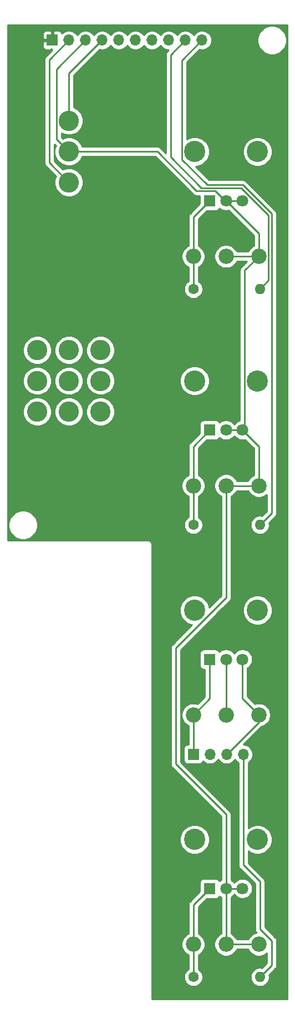
<source format=gbr>
%TF.GenerationSoftware,KiCad,Pcbnew,5.1.10-88a1d61d58~90~ubuntu20.04.1*%
%TF.CreationDate,2021-08-12T15:59:19-04:00*%
%TF.ProjectId,precadsr,70726563-6164-4737-922e-6b696361645f,rev?*%
%TF.SameCoordinates,Original*%
%TF.FileFunction,Copper,L1,Top*%
%TF.FilePolarity,Positive*%
%FSLAX46Y46*%
G04 Gerber Fmt 4.6, Leading zero omitted, Abs format (unit mm)*
G04 Created by KiCad (PCBNEW 5.1.10-88a1d61d58~90~ubuntu20.04.1) date 2021-08-12 15:59:19*
%MOMM*%
%LPD*%
G01*
G04 APERTURE LIST*
%TA.AperFunction,ComponentPad*%
%ADD10C,3.240000*%
%TD*%
%TA.AperFunction,ComponentPad*%
%ADD11C,1.800000*%
%TD*%
%TA.AperFunction,ComponentPad*%
%ADD12R,1.800000X1.800000*%
%TD*%
%TA.AperFunction,ComponentPad*%
%ADD13O,1.700000X1.700000*%
%TD*%
%TA.AperFunction,ComponentPad*%
%ADD14R,1.700000X1.700000*%
%TD*%
%TA.AperFunction,ComponentPad*%
%ADD15C,1.600000*%
%TD*%
%TA.AperFunction,ComponentPad*%
%ADD16O,1.600000X1.600000*%
%TD*%
%TA.AperFunction,ComponentPad*%
%ADD17C,2.340000*%
%TD*%
%TA.AperFunction,ComponentPad*%
%ADD18C,3.100000*%
%TD*%
%TA.AperFunction,ViaPad*%
%ADD19C,0.800000*%
%TD*%
%TA.AperFunction,Conductor*%
%ADD20C,0.250000*%
%TD*%
%TA.AperFunction,Conductor*%
%ADD21C,0.254000*%
%TD*%
%TA.AperFunction,Conductor*%
%ADD22C,0.100000*%
%TD*%
G04 APERTURE END LIST*
D10*
%TO.P,R26,*%
%TO.N,*%
X45200000Y-75000000D03*
X54800000Y-75000000D03*
D11*
%TO.P,R26,3*%
%TO.N,POTS_P*%
X52500000Y-82500000D03*
%TO.P,R26,2*%
X50000000Y-82500000D03*
D12*
%TO.P,R26,1*%
%TO.N,Net-(R22-Pad1)*%
X47500000Y-82500000D03*
%TD*%
D13*
%TO.P,J11,4*%
%TO.N,REL1_P*%
X52620000Y-132000000D03*
%TO.P,J11,3*%
%TO.N,SUS3_P*%
X50080000Y-132000000D03*
%TO.P,J11,2*%
%TO.N,SUS2_P*%
X47540000Y-132000000D03*
D14*
%TO.P,J11,1*%
%TO.N,SUS1_P*%
X45000000Y-132000000D03*
%TD*%
D15*
%TO.P,R21,1*%
%TO.N,Net-(R21-Pad1)*%
X45000000Y-61000000D03*
D16*
%TO.P,R21,2*%
%TO.N,ATT1_P*%
X55160000Y-61000000D03*
%TD*%
D13*
%TO.P,J10,10*%
%TO.N,DEC1_P*%
X46320000Y-23000000D03*
%TO.P,J10,9*%
%TO.N,ATT1_P*%
X43780000Y-23000000D03*
%TO.P,J10,8*%
%TO.N,LOOP_CONN_2_P*%
X41240000Y-23000000D03*
%TO.P,J10,7*%
%TO.N,LOOP_CONN_1_P*%
X38700000Y-23000000D03*
%TO.P,J10,6*%
%TO.N,LOOP_NORM_2_P*%
X36160000Y-23000000D03*
%TO.P,J10,5*%
%TO.N,LOOP_NORM_1_P*%
X33620000Y-23000000D03*
%TO.P,J10,4*%
%TO.N,SPEED_3_P*%
X31080000Y-23000000D03*
%TO.P,J10,3*%
%TO.N,POTS_P*%
X28540000Y-23000000D03*
%TO.P,J10,2*%
%TO.N,SPEED_1_P*%
X26000000Y-23000000D03*
D14*
%TO.P,J10,1*%
%TO.N,GND2*%
X23460000Y-23000000D03*
%TD*%
D17*
%TO.P,R31,3*%
%TO.N,SUS3_P*%
X55000000Y-126000000D03*
%TO.P,R31,2*%
%TO.N,SUS2_S*%
X50000000Y-126000000D03*
%TO.P,R31,1*%
%TO.N,SUS1_P*%
X45000000Y-126000000D03*
%TD*%
%TO.P,R27,3*%
%TO.N,POTS_P*%
X55000000Y-91000000D03*
%TO.P,R27,2*%
X50000000Y-91000000D03*
%TO.P,R27,1*%
%TO.N,Net-(R22-Pad1)*%
X45000000Y-91000000D03*
%TD*%
D10*
%TO.P,R24,*%
%TO.N,*%
X45200000Y-40000000D03*
X54800000Y-40000000D03*
D11*
%TO.P,R24,3*%
%TO.N,POTS_P*%
X52500000Y-47500000D03*
%TO.P,R24,2*%
X50000000Y-47500000D03*
D12*
%TO.P,R24,1*%
%TO.N,Net-(R21-Pad1)*%
X47500000Y-47500000D03*
%TD*%
D18*
%TO.P,S2,1*%
%TO.N,SPEED_1_P*%
X26000000Y-44700000D03*
%TO.P,S2,3*%
%TO.N,SPEED_3_P*%
X26000000Y-35300000D03*
%TO.P,S2,2*%
%TO.N,POTS_P*%
X26000000Y-40000000D03*
%TD*%
D17*
%TO.P,R25,3*%
%TO.N,POTS_P*%
X55000000Y-56000000D03*
%TO.P,R25,2*%
X50000000Y-56000000D03*
%TO.P,R25,1*%
%TO.N,Net-(R21-Pad1)*%
X45000000Y-56000000D03*
%TD*%
%TO.P,R29,3*%
%TO.N,POTS_P*%
X55000000Y-161000000D03*
%TO.P,R29,2*%
X50000000Y-161000000D03*
%TO.P,R29,1*%
%TO.N,Net-(R23-Pad1)*%
X45000000Y-161000000D03*
%TD*%
D10*
%TO.P,R28,*%
%TO.N,*%
X45200000Y-145000000D03*
X54800000Y-145000000D03*
D11*
%TO.P,R28,3*%
%TO.N,POTS_P*%
X52500000Y-152500000D03*
%TO.P,R28,2*%
X50000000Y-152500000D03*
D12*
%TO.P,R28,1*%
%TO.N,Net-(R23-Pad1)*%
X47500000Y-152500000D03*
%TD*%
D15*
%TO.P,R23,1*%
%TO.N,Net-(R23-Pad1)*%
X45000000Y-166000000D03*
D16*
%TO.P,R23,2*%
%TO.N,REL1_P*%
X55160000Y-166000000D03*
%TD*%
D18*
%TO.P,S1,2*%
%TO.N,LOOP_NORM_2_P*%
X21170000Y-75000000D03*
%TO.P,S1,3*%
%TO.N,LOOP_NORM_1_P*%
X21170000Y-79700000D03*
%TO.P,S1,1*%
%TO.N,Net-(S1-Pad1)*%
X21170000Y-70300000D03*
%TO.P,S1,9*%
%TO.N,SUS1_P*%
X30830000Y-79700000D03*
%TO.P,S1,8*%
%TO.N,SUS2_P*%
X30830000Y-75000000D03*
%TO.P,S1,7*%
%TO.N,SUS2_S*%
X30830000Y-70300000D03*
%TO.P,S1,6*%
%TO.N,LOOP_CONN_1_P*%
X26000000Y-79700000D03*
%TO.P,S1,5*%
%TO.N,LOOP_CONN_2_P*%
X26000000Y-75000000D03*
%TO.P,S1,4*%
%TO.N,Net-(S1-Pad4)*%
X26000000Y-70300000D03*
%TD*%
D10*
%TO.P,R30,*%
%TO.N,*%
X45200000Y-110000000D03*
X54800000Y-110000000D03*
D11*
%TO.P,R30,3*%
%TO.N,SUS3_P*%
X52500000Y-117500000D03*
%TO.P,R30,2*%
%TO.N,SUS2_S*%
X50000000Y-117500000D03*
D12*
%TO.P,R30,1*%
%TO.N,SUS1_P*%
X47500000Y-117500000D03*
%TD*%
D15*
%TO.P,R22,1*%
%TO.N,Net-(R22-Pad1)*%
X45000000Y-97000000D03*
D16*
%TO.P,R22,2*%
%TO.N,DEC1_P*%
X55160000Y-97000000D03*
%TD*%
D19*
%TO.N,GND2*%
X37465000Y-41275000D03*
X31877000Y-30353000D03*
%TD*%
D20*
%TO.N,DEC1_P*%
X52537392Y-45087980D02*
X56945011Y-49495599D01*
X43254999Y-41222999D02*
X47119979Y-45087979D01*
X43254999Y-26065001D02*
X43254999Y-41222999D01*
X56945011Y-95214989D02*
X55160000Y-97000000D01*
X46320000Y-23000000D02*
X43254999Y-26065001D01*
X56945011Y-49495599D02*
X56945011Y-95214989D01*
X47119979Y-45087979D02*
X52537392Y-45087980D01*
%TO.N,ATT1_P*%
X56495001Y-59664999D02*
X55160000Y-61000000D01*
X43780000Y-23000000D02*
X41529000Y-25251000D01*
X41529000Y-40812801D02*
X46254188Y-45537989D01*
X46254188Y-45537989D02*
X52350991Y-45537989D01*
X52350991Y-45537989D02*
X56495001Y-49681999D01*
X56495001Y-49681999D02*
X56495001Y-59664999D01*
X41529000Y-25251000D02*
X41529000Y-40812801D01*
%TO.N,SPEED_3_P*%
X26000000Y-35300000D02*
X26000000Y-28080000D01*
X26000000Y-28080000D02*
X31080000Y-23000000D01*
%TO.N,SPEED_1_P*%
X26000000Y-23000000D02*
X23013000Y-25987000D01*
X23013000Y-41713000D02*
X26000000Y-44700000D01*
X23013000Y-25987000D02*
X23013000Y-41713000D01*
%TO.N,REL1_P*%
X55160000Y-158660000D02*
X57000000Y-160500000D01*
X52620000Y-148886000D02*
X55160000Y-151426000D01*
X52620000Y-132000000D02*
X52620000Y-148886000D01*
X57000000Y-164160000D02*
X55160000Y-166000000D01*
X55160000Y-151426000D02*
X55160000Y-158660000D01*
X57000000Y-160500000D02*
X57000000Y-164160000D01*
%TO.N,SUS3_P*%
X55000000Y-127080000D02*
X55000000Y-126000000D01*
X50080000Y-132000000D02*
X55000000Y-127080000D01*
X52500000Y-123481000D02*
X52500000Y-117500000D01*
X55000000Y-125981000D02*
X52500000Y-123481000D01*
X55000000Y-126000000D02*
X55000000Y-125981000D01*
%TO.N,SUS1_P*%
X47500000Y-123500000D02*
X47500000Y-117500000D01*
X45000000Y-132000000D02*
X45000000Y-126000000D01*
X45000000Y-126000000D02*
X47500000Y-123500000D01*
%TO.N,SUS2_S*%
X50000000Y-126000000D02*
X50000000Y-117500000D01*
%TO.N,POTS_P*%
X50000000Y-47500000D02*
X55000000Y-52500000D01*
X50000000Y-161000000D02*
X55000000Y-161000000D01*
X52854999Y-82145001D02*
X52500000Y-82500000D01*
X52500000Y-47500000D02*
X50000000Y-47500000D01*
X42291000Y-133477000D02*
X50000000Y-141186000D01*
X50000000Y-56000000D02*
X55000000Y-56000000D01*
X52500000Y-82500000D02*
X50000000Y-82500000D01*
X49885002Y-47500000D02*
X48373001Y-45987999D01*
X28540000Y-23000000D02*
X24124999Y-27415001D01*
X45479999Y-45987999D02*
X39492000Y-40000000D01*
X52500000Y-82500000D02*
X55000000Y-85000000D01*
X50000000Y-108078602D02*
X42291000Y-115787602D01*
X48373001Y-45987999D02*
X45479999Y-45987999D01*
X50000000Y-141186000D02*
X50000000Y-152500000D01*
X55000000Y-56000000D02*
X52854999Y-58145001D01*
X55000000Y-85000000D02*
X55000000Y-91000000D01*
X24124999Y-38124999D02*
X26000000Y-40000000D01*
X55000000Y-52500000D02*
X55000000Y-56000000D01*
X24124999Y-27415001D02*
X24124999Y-38124999D01*
X42291000Y-115787602D02*
X42291000Y-133477000D01*
X52500000Y-152500000D02*
X50000000Y-152500000D01*
X50000000Y-152500000D02*
X50000000Y-161000000D01*
X55000000Y-91000000D02*
X50000000Y-91000000D01*
X52854999Y-58145001D02*
X52854999Y-82145001D01*
X50000000Y-47500000D02*
X49885002Y-47500000D01*
X39492000Y-40000000D02*
X26000000Y-40000000D01*
X50000000Y-91000000D02*
X50000000Y-108078602D01*
%TO.N,Net-(R21-Pad1)*%
X45000000Y-56000000D02*
X45000000Y-50000000D01*
X45000000Y-50000000D02*
X47500000Y-47500000D01*
X45000000Y-56000000D02*
X45000000Y-61000000D01*
%TO.N,Net-(R22-Pad1)*%
X45000000Y-91000000D02*
X45000000Y-97000000D01*
X45000000Y-85000000D02*
X47500000Y-82500000D01*
X45000000Y-91000000D02*
X45000000Y-85000000D01*
%TO.N,Net-(R23-Pad1)*%
X45000000Y-161000000D02*
X45000000Y-155000000D01*
X45000000Y-161000000D02*
X45000000Y-166000000D01*
X45000000Y-155000000D02*
X47500000Y-152500000D01*
%TD*%
D21*
%TO.N,GND2*%
X59315001Y-169315000D02*
X38685000Y-169315000D01*
X38685000Y-144777902D01*
X42945000Y-144777902D01*
X42945000Y-145222098D01*
X43031658Y-145657759D01*
X43201645Y-146068143D01*
X43448427Y-146437479D01*
X43762521Y-146751573D01*
X44131857Y-146998355D01*
X44542241Y-147168342D01*
X44977902Y-147255000D01*
X45422098Y-147255000D01*
X45857759Y-147168342D01*
X46268143Y-146998355D01*
X46637479Y-146751573D01*
X46951573Y-146437479D01*
X47198355Y-146068143D01*
X47368342Y-145657759D01*
X47455000Y-145222098D01*
X47455000Y-144777902D01*
X47368342Y-144342241D01*
X47198355Y-143931857D01*
X46951573Y-143562521D01*
X46637479Y-143248427D01*
X46268143Y-143001645D01*
X45857759Y-142831658D01*
X45422098Y-142745000D01*
X44977902Y-142745000D01*
X44542241Y-142831658D01*
X44131857Y-143001645D01*
X43762521Y-143248427D01*
X43448427Y-143562521D01*
X43201645Y-143931857D01*
X43031658Y-144342241D01*
X42945000Y-144777902D01*
X38685000Y-144777902D01*
X38685000Y-100033646D01*
X38688314Y-100000000D01*
X38675088Y-99865717D01*
X38635919Y-99736594D01*
X38572312Y-99617593D01*
X38486711Y-99513289D01*
X38382407Y-99427688D01*
X38263406Y-99364081D01*
X38134283Y-99324912D01*
X38033647Y-99315000D01*
X38000000Y-99311686D01*
X37966353Y-99315000D01*
X16685000Y-99315000D01*
X16685000Y-96779872D01*
X16765000Y-96779872D01*
X16765000Y-97220128D01*
X16850890Y-97651925D01*
X17019369Y-98058669D01*
X17263962Y-98424729D01*
X17575271Y-98736038D01*
X17941331Y-98980631D01*
X18348075Y-99149110D01*
X18779872Y-99235000D01*
X19220128Y-99235000D01*
X19651925Y-99149110D01*
X20058669Y-98980631D01*
X20424729Y-98736038D01*
X20736038Y-98424729D01*
X20980631Y-98058669D01*
X21149110Y-97651925D01*
X21235000Y-97220128D01*
X21235000Y-96779872D01*
X21149110Y-96348075D01*
X20980631Y-95941331D01*
X20736038Y-95575271D01*
X20424729Y-95263962D01*
X20058669Y-95019369D01*
X19651925Y-94850890D01*
X19220128Y-94765000D01*
X18779872Y-94765000D01*
X18348075Y-94850890D01*
X17941331Y-95019369D01*
X17575271Y-95263962D01*
X17263962Y-95575271D01*
X17019369Y-95941331D01*
X16850890Y-96348075D01*
X16765000Y-96779872D01*
X16685000Y-96779872D01*
X16685000Y-79484796D01*
X18985000Y-79484796D01*
X18985000Y-79915204D01*
X19068969Y-80337341D01*
X19233678Y-80734985D01*
X19472800Y-81092856D01*
X19777144Y-81397200D01*
X20135015Y-81636322D01*
X20532659Y-81801031D01*
X20954796Y-81885000D01*
X21385204Y-81885000D01*
X21807341Y-81801031D01*
X22204985Y-81636322D01*
X22562856Y-81397200D01*
X22867200Y-81092856D01*
X23106322Y-80734985D01*
X23271031Y-80337341D01*
X23355000Y-79915204D01*
X23355000Y-79484796D01*
X23815000Y-79484796D01*
X23815000Y-79915204D01*
X23898969Y-80337341D01*
X24063678Y-80734985D01*
X24302800Y-81092856D01*
X24607144Y-81397200D01*
X24965015Y-81636322D01*
X25362659Y-81801031D01*
X25784796Y-81885000D01*
X26215204Y-81885000D01*
X26637341Y-81801031D01*
X27034985Y-81636322D01*
X27392856Y-81397200D01*
X27697200Y-81092856D01*
X27936322Y-80734985D01*
X28101031Y-80337341D01*
X28185000Y-79915204D01*
X28185000Y-79484796D01*
X28645000Y-79484796D01*
X28645000Y-79915204D01*
X28728969Y-80337341D01*
X28893678Y-80734985D01*
X29132800Y-81092856D01*
X29437144Y-81397200D01*
X29795015Y-81636322D01*
X30192659Y-81801031D01*
X30614796Y-81885000D01*
X31045204Y-81885000D01*
X31467341Y-81801031D01*
X31864985Y-81636322D01*
X32222856Y-81397200D01*
X32527200Y-81092856D01*
X32766322Y-80734985D01*
X32931031Y-80337341D01*
X33015000Y-79915204D01*
X33015000Y-79484796D01*
X32931031Y-79062659D01*
X32766322Y-78665015D01*
X32527200Y-78307144D01*
X32222856Y-78002800D01*
X31864985Y-77763678D01*
X31467341Y-77598969D01*
X31045204Y-77515000D01*
X30614796Y-77515000D01*
X30192659Y-77598969D01*
X29795015Y-77763678D01*
X29437144Y-78002800D01*
X29132800Y-78307144D01*
X28893678Y-78665015D01*
X28728969Y-79062659D01*
X28645000Y-79484796D01*
X28185000Y-79484796D01*
X28101031Y-79062659D01*
X27936322Y-78665015D01*
X27697200Y-78307144D01*
X27392856Y-78002800D01*
X27034985Y-77763678D01*
X26637341Y-77598969D01*
X26215204Y-77515000D01*
X25784796Y-77515000D01*
X25362659Y-77598969D01*
X24965015Y-77763678D01*
X24607144Y-78002800D01*
X24302800Y-78307144D01*
X24063678Y-78665015D01*
X23898969Y-79062659D01*
X23815000Y-79484796D01*
X23355000Y-79484796D01*
X23271031Y-79062659D01*
X23106322Y-78665015D01*
X22867200Y-78307144D01*
X22562856Y-78002800D01*
X22204985Y-77763678D01*
X21807341Y-77598969D01*
X21385204Y-77515000D01*
X20954796Y-77515000D01*
X20532659Y-77598969D01*
X20135015Y-77763678D01*
X19777144Y-78002800D01*
X19472800Y-78307144D01*
X19233678Y-78665015D01*
X19068969Y-79062659D01*
X18985000Y-79484796D01*
X16685000Y-79484796D01*
X16685000Y-74784796D01*
X18985000Y-74784796D01*
X18985000Y-75215204D01*
X19068969Y-75637341D01*
X19233678Y-76034985D01*
X19472800Y-76392856D01*
X19777144Y-76697200D01*
X20135015Y-76936322D01*
X20532659Y-77101031D01*
X20954796Y-77185000D01*
X21385204Y-77185000D01*
X21807341Y-77101031D01*
X22204985Y-76936322D01*
X22562856Y-76697200D01*
X22867200Y-76392856D01*
X23106322Y-76034985D01*
X23271031Y-75637341D01*
X23355000Y-75215204D01*
X23355000Y-74784796D01*
X23815000Y-74784796D01*
X23815000Y-75215204D01*
X23898969Y-75637341D01*
X24063678Y-76034985D01*
X24302800Y-76392856D01*
X24607144Y-76697200D01*
X24965015Y-76936322D01*
X25362659Y-77101031D01*
X25784796Y-77185000D01*
X26215204Y-77185000D01*
X26637341Y-77101031D01*
X27034985Y-76936322D01*
X27392856Y-76697200D01*
X27697200Y-76392856D01*
X27936322Y-76034985D01*
X28101031Y-75637341D01*
X28185000Y-75215204D01*
X28185000Y-74784796D01*
X28645000Y-74784796D01*
X28645000Y-75215204D01*
X28728969Y-75637341D01*
X28893678Y-76034985D01*
X29132800Y-76392856D01*
X29437144Y-76697200D01*
X29795015Y-76936322D01*
X30192659Y-77101031D01*
X30614796Y-77185000D01*
X31045204Y-77185000D01*
X31467341Y-77101031D01*
X31864985Y-76936322D01*
X32222856Y-76697200D01*
X32527200Y-76392856D01*
X32766322Y-76034985D01*
X32931031Y-75637341D01*
X33015000Y-75215204D01*
X33015000Y-74784796D01*
X33013629Y-74777902D01*
X42945000Y-74777902D01*
X42945000Y-75222098D01*
X43031658Y-75657759D01*
X43201645Y-76068143D01*
X43448427Y-76437479D01*
X43762521Y-76751573D01*
X44131857Y-76998355D01*
X44542241Y-77168342D01*
X44977902Y-77255000D01*
X45422098Y-77255000D01*
X45857759Y-77168342D01*
X46268143Y-76998355D01*
X46637479Y-76751573D01*
X46951573Y-76437479D01*
X47198355Y-76068143D01*
X47368342Y-75657759D01*
X47455000Y-75222098D01*
X47455000Y-74777902D01*
X47368342Y-74342241D01*
X47198355Y-73931857D01*
X46951573Y-73562521D01*
X46637479Y-73248427D01*
X46268143Y-73001645D01*
X45857759Y-72831658D01*
X45422098Y-72745000D01*
X44977902Y-72745000D01*
X44542241Y-72831658D01*
X44131857Y-73001645D01*
X43762521Y-73248427D01*
X43448427Y-73562521D01*
X43201645Y-73931857D01*
X43031658Y-74342241D01*
X42945000Y-74777902D01*
X33013629Y-74777902D01*
X32931031Y-74362659D01*
X32766322Y-73965015D01*
X32527200Y-73607144D01*
X32222856Y-73302800D01*
X31864985Y-73063678D01*
X31467341Y-72898969D01*
X31045204Y-72815000D01*
X30614796Y-72815000D01*
X30192659Y-72898969D01*
X29795015Y-73063678D01*
X29437144Y-73302800D01*
X29132800Y-73607144D01*
X28893678Y-73965015D01*
X28728969Y-74362659D01*
X28645000Y-74784796D01*
X28185000Y-74784796D01*
X28101031Y-74362659D01*
X27936322Y-73965015D01*
X27697200Y-73607144D01*
X27392856Y-73302800D01*
X27034985Y-73063678D01*
X26637341Y-72898969D01*
X26215204Y-72815000D01*
X25784796Y-72815000D01*
X25362659Y-72898969D01*
X24965015Y-73063678D01*
X24607144Y-73302800D01*
X24302800Y-73607144D01*
X24063678Y-73965015D01*
X23898969Y-74362659D01*
X23815000Y-74784796D01*
X23355000Y-74784796D01*
X23271031Y-74362659D01*
X23106322Y-73965015D01*
X22867200Y-73607144D01*
X22562856Y-73302800D01*
X22204985Y-73063678D01*
X21807341Y-72898969D01*
X21385204Y-72815000D01*
X20954796Y-72815000D01*
X20532659Y-72898969D01*
X20135015Y-73063678D01*
X19777144Y-73302800D01*
X19472800Y-73607144D01*
X19233678Y-73965015D01*
X19068969Y-74362659D01*
X18985000Y-74784796D01*
X16685000Y-74784796D01*
X16685000Y-70084796D01*
X18985000Y-70084796D01*
X18985000Y-70515204D01*
X19068969Y-70937341D01*
X19233678Y-71334985D01*
X19472800Y-71692856D01*
X19777144Y-71997200D01*
X20135015Y-72236322D01*
X20532659Y-72401031D01*
X20954796Y-72485000D01*
X21385204Y-72485000D01*
X21807341Y-72401031D01*
X22204985Y-72236322D01*
X22562856Y-71997200D01*
X22867200Y-71692856D01*
X23106322Y-71334985D01*
X23271031Y-70937341D01*
X23355000Y-70515204D01*
X23355000Y-70084796D01*
X23815000Y-70084796D01*
X23815000Y-70515204D01*
X23898969Y-70937341D01*
X24063678Y-71334985D01*
X24302800Y-71692856D01*
X24607144Y-71997200D01*
X24965015Y-72236322D01*
X25362659Y-72401031D01*
X25784796Y-72485000D01*
X26215204Y-72485000D01*
X26637341Y-72401031D01*
X27034985Y-72236322D01*
X27392856Y-71997200D01*
X27697200Y-71692856D01*
X27936322Y-71334985D01*
X28101031Y-70937341D01*
X28185000Y-70515204D01*
X28185000Y-70084796D01*
X28645000Y-70084796D01*
X28645000Y-70515204D01*
X28728969Y-70937341D01*
X28893678Y-71334985D01*
X29132800Y-71692856D01*
X29437144Y-71997200D01*
X29795015Y-72236322D01*
X30192659Y-72401031D01*
X30614796Y-72485000D01*
X31045204Y-72485000D01*
X31467341Y-72401031D01*
X31864985Y-72236322D01*
X32222856Y-71997200D01*
X32527200Y-71692856D01*
X32766322Y-71334985D01*
X32931031Y-70937341D01*
X33015000Y-70515204D01*
X33015000Y-70084796D01*
X32931031Y-69662659D01*
X32766322Y-69265015D01*
X32527200Y-68907144D01*
X32222856Y-68602800D01*
X31864985Y-68363678D01*
X31467341Y-68198969D01*
X31045204Y-68115000D01*
X30614796Y-68115000D01*
X30192659Y-68198969D01*
X29795015Y-68363678D01*
X29437144Y-68602800D01*
X29132800Y-68907144D01*
X28893678Y-69265015D01*
X28728969Y-69662659D01*
X28645000Y-70084796D01*
X28185000Y-70084796D01*
X28101031Y-69662659D01*
X27936322Y-69265015D01*
X27697200Y-68907144D01*
X27392856Y-68602800D01*
X27034985Y-68363678D01*
X26637341Y-68198969D01*
X26215204Y-68115000D01*
X25784796Y-68115000D01*
X25362659Y-68198969D01*
X24965015Y-68363678D01*
X24607144Y-68602800D01*
X24302800Y-68907144D01*
X24063678Y-69265015D01*
X23898969Y-69662659D01*
X23815000Y-70084796D01*
X23355000Y-70084796D01*
X23271031Y-69662659D01*
X23106322Y-69265015D01*
X22867200Y-68907144D01*
X22562856Y-68602800D01*
X22204985Y-68363678D01*
X21807341Y-68198969D01*
X21385204Y-68115000D01*
X20954796Y-68115000D01*
X20532659Y-68198969D01*
X20135015Y-68363678D01*
X19777144Y-68602800D01*
X19472800Y-68907144D01*
X19233678Y-69265015D01*
X19068969Y-69662659D01*
X18985000Y-70084796D01*
X16685000Y-70084796D01*
X16685000Y-23850000D01*
X21971928Y-23850000D01*
X21984188Y-23974482D01*
X22020498Y-24094180D01*
X22079463Y-24204494D01*
X22158815Y-24301185D01*
X22255506Y-24380537D01*
X22365820Y-24439502D01*
X22485518Y-24475812D01*
X22610000Y-24488072D01*
X23174250Y-24485000D01*
X23332998Y-24326252D01*
X23332998Y-24485000D01*
X23440198Y-24485000D01*
X22502003Y-25423196D01*
X22472999Y-25446999D01*
X22417871Y-25514174D01*
X22378026Y-25562724D01*
X22336333Y-25640726D01*
X22307454Y-25694754D01*
X22263997Y-25838015D01*
X22253000Y-25949668D01*
X22253000Y-25949678D01*
X22249324Y-25987000D01*
X22253000Y-26024322D01*
X22253001Y-41675667D01*
X22249324Y-41713000D01*
X22263998Y-41861985D01*
X22307454Y-42005246D01*
X22378026Y-42137276D01*
X22417193Y-42185000D01*
X22473000Y-42253001D01*
X22501998Y-42276799D01*
X24012872Y-43787673D01*
X23898969Y-44062659D01*
X23815000Y-44484796D01*
X23815000Y-44915204D01*
X23898969Y-45337341D01*
X24063678Y-45734985D01*
X24302800Y-46092856D01*
X24607144Y-46397200D01*
X24965015Y-46636322D01*
X25362659Y-46801031D01*
X25784796Y-46885000D01*
X26215204Y-46885000D01*
X26637341Y-46801031D01*
X27034985Y-46636322D01*
X27392856Y-46397200D01*
X27697200Y-46092856D01*
X27936322Y-45734985D01*
X28101031Y-45337341D01*
X28185000Y-44915204D01*
X28185000Y-44484796D01*
X28101031Y-44062659D01*
X27936322Y-43665015D01*
X27697200Y-43307144D01*
X27392856Y-43002800D01*
X27034985Y-42763678D01*
X26637341Y-42598969D01*
X26215204Y-42515000D01*
X25784796Y-42515000D01*
X25362659Y-42598969D01*
X25087673Y-42712872D01*
X23773000Y-41398199D01*
X23773000Y-38847801D01*
X24012872Y-39087673D01*
X23898969Y-39362659D01*
X23815000Y-39784796D01*
X23815000Y-40215204D01*
X23898969Y-40637341D01*
X24063678Y-41034985D01*
X24302800Y-41392856D01*
X24607144Y-41697200D01*
X24965015Y-41936322D01*
X25362659Y-42101031D01*
X25784796Y-42185000D01*
X26215204Y-42185000D01*
X26637341Y-42101031D01*
X27034985Y-41936322D01*
X27392856Y-41697200D01*
X27697200Y-41392856D01*
X27936322Y-41034985D01*
X28050224Y-40760000D01*
X39177199Y-40760000D01*
X44916204Y-46499007D01*
X44939998Y-46528000D01*
X44968991Y-46551794D01*
X44968995Y-46551798D01*
X45027730Y-46600000D01*
X45055723Y-46622973D01*
X45187752Y-46693545D01*
X45331013Y-46737002D01*
X45442666Y-46747999D01*
X45442675Y-46747999D01*
X45479998Y-46751675D01*
X45517321Y-46747999D01*
X45961928Y-46747999D01*
X45961928Y-47963270D01*
X44488998Y-49436201D01*
X44460000Y-49459999D01*
X44436202Y-49488997D01*
X44436201Y-49488998D01*
X44365026Y-49575724D01*
X44294454Y-49707754D01*
X44250998Y-49851015D01*
X44236324Y-50000000D01*
X44240001Y-50037332D01*
X44240000Y-54361084D01*
X44145012Y-54400429D01*
X43849379Y-54597965D01*
X43597965Y-54849379D01*
X43400429Y-55145012D01*
X43264365Y-55473501D01*
X43195000Y-55822223D01*
X43195000Y-56177777D01*
X43264365Y-56526499D01*
X43400429Y-56854988D01*
X43597965Y-57150621D01*
X43849379Y-57402035D01*
X44145012Y-57599571D01*
X44240000Y-57638916D01*
X44240001Y-59781956D01*
X44085241Y-59885363D01*
X43885363Y-60085241D01*
X43728320Y-60320273D01*
X43620147Y-60581426D01*
X43565000Y-60858665D01*
X43565000Y-61141335D01*
X43620147Y-61418574D01*
X43728320Y-61679727D01*
X43885363Y-61914759D01*
X44085241Y-62114637D01*
X44320273Y-62271680D01*
X44581426Y-62379853D01*
X44858665Y-62435000D01*
X45141335Y-62435000D01*
X45418574Y-62379853D01*
X45679727Y-62271680D01*
X45914759Y-62114637D01*
X46114637Y-61914759D01*
X46271680Y-61679727D01*
X46379853Y-61418574D01*
X46435000Y-61141335D01*
X46435000Y-60858665D01*
X46379853Y-60581426D01*
X46271680Y-60320273D01*
X46114637Y-60085241D01*
X45914759Y-59885363D01*
X45760000Y-59781957D01*
X45760000Y-57638916D01*
X45854988Y-57599571D01*
X46150621Y-57402035D01*
X46402035Y-57150621D01*
X46599571Y-56854988D01*
X46735635Y-56526499D01*
X46805000Y-56177777D01*
X46805000Y-55822223D01*
X46735635Y-55473501D01*
X46599571Y-55145012D01*
X46402035Y-54849379D01*
X46150621Y-54597965D01*
X45854988Y-54400429D01*
X45760000Y-54361084D01*
X45760000Y-50314801D01*
X47036730Y-49038072D01*
X48400000Y-49038072D01*
X48524482Y-49025812D01*
X48644180Y-48989502D01*
X48754494Y-48930537D01*
X48851185Y-48851185D01*
X48930537Y-48754494D01*
X48983880Y-48654697D01*
X49021495Y-48692312D01*
X49272905Y-48860299D01*
X49552257Y-48976011D01*
X49848816Y-49035000D01*
X50151184Y-49035000D01*
X50408930Y-48983731D01*
X54240000Y-52814802D01*
X54240001Y-54361084D01*
X54145012Y-54400429D01*
X53849379Y-54597965D01*
X53597965Y-54849379D01*
X53400429Y-55145012D01*
X53361084Y-55240000D01*
X51638916Y-55240000D01*
X51599571Y-55145012D01*
X51402035Y-54849379D01*
X51150621Y-54597965D01*
X50854988Y-54400429D01*
X50526499Y-54264365D01*
X50177777Y-54195000D01*
X49822223Y-54195000D01*
X49473501Y-54264365D01*
X49145012Y-54400429D01*
X48849379Y-54597965D01*
X48597965Y-54849379D01*
X48400429Y-55145012D01*
X48264365Y-55473501D01*
X48195000Y-55822223D01*
X48195000Y-56177777D01*
X48264365Y-56526499D01*
X48400429Y-56854988D01*
X48597965Y-57150621D01*
X48849379Y-57402035D01*
X49145012Y-57599571D01*
X49473501Y-57735635D01*
X49822223Y-57805000D01*
X50177777Y-57805000D01*
X50526499Y-57735635D01*
X50854988Y-57599571D01*
X51150621Y-57402035D01*
X51402035Y-57150621D01*
X51599571Y-56854988D01*
X51638916Y-56760000D01*
X53165199Y-56760000D01*
X52344002Y-57581197D01*
X52314998Y-57605000D01*
X52259870Y-57672175D01*
X52220025Y-57720725D01*
X52174979Y-57805000D01*
X52149453Y-57852755D01*
X52105996Y-57996016D01*
X52094999Y-58107669D01*
X52094999Y-58107679D01*
X52091323Y-58145001D01*
X52094999Y-58182323D01*
X52095000Y-81015487D01*
X52052257Y-81023989D01*
X51772905Y-81139701D01*
X51521495Y-81307688D01*
X51307688Y-81521495D01*
X51250000Y-81607831D01*
X51192312Y-81521495D01*
X50978505Y-81307688D01*
X50727095Y-81139701D01*
X50447743Y-81023989D01*
X50151184Y-80965000D01*
X49848816Y-80965000D01*
X49552257Y-81023989D01*
X49272905Y-81139701D01*
X49021495Y-81307688D01*
X48983880Y-81345303D01*
X48930537Y-81245506D01*
X48851185Y-81148815D01*
X48754494Y-81069463D01*
X48644180Y-81010498D01*
X48524482Y-80974188D01*
X48400000Y-80961928D01*
X46600000Y-80961928D01*
X46475518Y-80974188D01*
X46355820Y-81010498D01*
X46245506Y-81069463D01*
X46148815Y-81148815D01*
X46069463Y-81245506D01*
X46010498Y-81355820D01*
X45974188Y-81475518D01*
X45961928Y-81600000D01*
X45961928Y-82963270D01*
X44488998Y-84436201D01*
X44460000Y-84459999D01*
X44436202Y-84488997D01*
X44436201Y-84488998D01*
X44365026Y-84575724D01*
X44294454Y-84707754D01*
X44250998Y-84851015D01*
X44236324Y-85000000D01*
X44240001Y-85037332D01*
X44240000Y-89361084D01*
X44145012Y-89400429D01*
X43849379Y-89597965D01*
X43597965Y-89849379D01*
X43400429Y-90145012D01*
X43264365Y-90473501D01*
X43195000Y-90822223D01*
X43195000Y-91177777D01*
X43264365Y-91526499D01*
X43400429Y-91854988D01*
X43597965Y-92150621D01*
X43849379Y-92402035D01*
X44145012Y-92599571D01*
X44240000Y-92638916D01*
X44240001Y-95781956D01*
X44085241Y-95885363D01*
X43885363Y-96085241D01*
X43728320Y-96320273D01*
X43620147Y-96581426D01*
X43565000Y-96858665D01*
X43565000Y-97141335D01*
X43620147Y-97418574D01*
X43728320Y-97679727D01*
X43885363Y-97914759D01*
X44085241Y-98114637D01*
X44320273Y-98271680D01*
X44581426Y-98379853D01*
X44858665Y-98435000D01*
X45141335Y-98435000D01*
X45418574Y-98379853D01*
X45679727Y-98271680D01*
X45914759Y-98114637D01*
X46114637Y-97914759D01*
X46271680Y-97679727D01*
X46379853Y-97418574D01*
X46435000Y-97141335D01*
X46435000Y-96858665D01*
X46379853Y-96581426D01*
X46271680Y-96320273D01*
X46114637Y-96085241D01*
X45914759Y-95885363D01*
X45760000Y-95781957D01*
X45760000Y-92638916D01*
X45854988Y-92599571D01*
X46150621Y-92402035D01*
X46402035Y-92150621D01*
X46599571Y-91854988D01*
X46735635Y-91526499D01*
X46805000Y-91177777D01*
X46805000Y-90822223D01*
X46735635Y-90473501D01*
X46599571Y-90145012D01*
X46402035Y-89849379D01*
X46150621Y-89597965D01*
X45854988Y-89400429D01*
X45760000Y-89361084D01*
X45760000Y-85314801D01*
X47036730Y-84038072D01*
X48400000Y-84038072D01*
X48524482Y-84025812D01*
X48644180Y-83989502D01*
X48754494Y-83930537D01*
X48851185Y-83851185D01*
X48930537Y-83754494D01*
X48983880Y-83654697D01*
X49021495Y-83692312D01*
X49272905Y-83860299D01*
X49552257Y-83976011D01*
X49848816Y-84035000D01*
X50151184Y-84035000D01*
X50447743Y-83976011D01*
X50727095Y-83860299D01*
X50978505Y-83692312D01*
X51192312Y-83478505D01*
X51250000Y-83392169D01*
X51307688Y-83478505D01*
X51521495Y-83692312D01*
X51772905Y-83860299D01*
X52052257Y-83976011D01*
X52348816Y-84035000D01*
X52651184Y-84035000D01*
X52908930Y-83983731D01*
X54240000Y-85314802D01*
X54240001Y-89361084D01*
X54145012Y-89400429D01*
X53849379Y-89597965D01*
X53597965Y-89849379D01*
X53400429Y-90145012D01*
X53361084Y-90240000D01*
X51638916Y-90240000D01*
X51599571Y-90145012D01*
X51402035Y-89849379D01*
X51150621Y-89597965D01*
X50854988Y-89400429D01*
X50526499Y-89264365D01*
X50177777Y-89195000D01*
X49822223Y-89195000D01*
X49473501Y-89264365D01*
X49145012Y-89400429D01*
X48849379Y-89597965D01*
X48597965Y-89849379D01*
X48400429Y-90145012D01*
X48264365Y-90473501D01*
X48195000Y-90822223D01*
X48195000Y-91177777D01*
X48264365Y-91526499D01*
X48400429Y-91854988D01*
X48597965Y-92150621D01*
X48849379Y-92402035D01*
X49145012Y-92599571D01*
X49240000Y-92638916D01*
X49240001Y-107763799D01*
X47416990Y-109586811D01*
X47368342Y-109342241D01*
X47198355Y-108931857D01*
X46951573Y-108562521D01*
X46637479Y-108248427D01*
X46268143Y-108001645D01*
X45857759Y-107831658D01*
X45422098Y-107745000D01*
X44977902Y-107745000D01*
X44542241Y-107831658D01*
X44131857Y-108001645D01*
X43762521Y-108248427D01*
X43448427Y-108562521D01*
X43201645Y-108931857D01*
X43031658Y-109342241D01*
X42945000Y-109777902D01*
X42945000Y-110222098D01*
X43031658Y-110657759D01*
X43201645Y-111068143D01*
X43448427Y-111437479D01*
X43762521Y-111751573D01*
X44131857Y-111998355D01*
X44542241Y-112168342D01*
X44786811Y-112216990D01*
X41780003Y-115223798D01*
X41750999Y-115247601D01*
X41695871Y-115314776D01*
X41656026Y-115363326D01*
X41585455Y-115495355D01*
X41585454Y-115495356D01*
X41541997Y-115638617D01*
X41531000Y-115750270D01*
X41531000Y-115750280D01*
X41527324Y-115787602D01*
X41531000Y-115824924D01*
X41531001Y-133439667D01*
X41527324Y-133477000D01*
X41541998Y-133625985D01*
X41585454Y-133769246D01*
X41656026Y-133901276D01*
X41727201Y-133988002D01*
X41751000Y-134017001D01*
X41779998Y-134040799D01*
X49240000Y-141500802D01*
X49240001Y-151161687D01*
X49021495Y-151307688D01*
X48983880Y-151345303D01*
X48930537Y-151245506D01*
X48851185Y-151148815D01*
X48754494Y-151069463D01*
X48644180Y-151010498D01*
X48524482Y-150974188D01*
X48400000Y-150961928D01*
X46600000Y-150961928D01*
X46475518Y-150974188D01*
X46355820Y-151010498D01*
X46245506Y-151069463D01*
X46148815Y-151148815D01*
X46069463Y-151245506D01*
X46010498Y-151355820D01*
X45974188Y-151475518D01*
X45961928Y-151600000D01*
X45961928Y-152963270D01*
X44488998Y-154436201D01*
X44460000Y-154459999D01*
X44436202Y-154488997D01*
X44436201Y-154488998D01*
X44365026Y-154575724D01*
X44294454Y-154707754D01*
X44250998Y-154851015D01*
X44236324Y-155000000D01*
X44240001Y-155037332D01*
X44240000Y-159361084D01*
X44145012Y-159400429D01*
X43849379Y-159597965D01*
X43597965Y-159849379D01*
X43400429Y-160145012D01*
X43264365Y-160473501D01*
X43195000Y-160822223D01*
X43195000Y-161177777D01*
X43264365Y-161526499D01*
X43400429Y-161854988D01*
X43597965Y-162150621D01*
X43849379Y-162402035D01*
X44145012Y-162599571D01*
X44240000Y-162638916D01*
X44240001Y-164781956D01*
X44085241Y-164885363D01*
X43885363Y-165085241D01*
X43728320Y-165320273D01*
X43620147Y-165581426D01*
X43565000Y-165858665D01*
X43565000Y-166141335D01*
X43620147Y-166418574D01*
X43728320Y-166679727D01*
X43885363Y-166914759D01*
X44085241Y-167114637D01*
X44320273Y-167271680D01*
X44581426Y-167379853D01*
X44858665Y-167435000D01*
X45141335Y-167435000D01*
X45418574Y-167379853D01*
X45679727Y-167271680D01*
X45914759Y-167114637D01*
X46114637Y-166914759D01*
X46271680Y-166679727D01*
X46379853Y-166418574D01*
X46435000Y-166141335D01*
X46435000Y-165858665D01*
X46379853Y-165581426D01*
X46271680Y-165320273D01*
X46114637Y-165085241D01*
X45914759Y-164885363D01*
X45760000Y-164781957D01*
X45760000Y-162638916D01*
X45854988Y-162599571D01*
X46150621Y-162402035D01*
X46402035Y-162150621D01*
X46599571Y-161854988D01*
X46735635Y-161526499D01*
X46805000Y-161177777D01*
X46805000Y-160822223D01*
X46735635Y-160473501D01*
X46599571Y-160145012D01*
X46402035Y-159849379D01*
X46150621Y-159597965D01*
X45854988Y-159400429D01*
X45760000Y-159361084D01*
X45760000Y-155314801D01*
X47036730Y-154038072D01*
X48400000Y-154038072D01*
X48524482Y-154025812D01*
X48644180Y-153989502D01*
X48754494Y-153930537D01*
X48851185Y-153851185D01*
X48930537Y-153754494D01*
X48983880Y-153654697D01*
X49021495Y-153692312D01*
X49240000Y-153838313D01*
X49240001Y-159361084D01*
X49145012Y-159400429D01*
X48849379Y-159597965D01*
X48597965Y-159849379D01*
X48400429Y-160145012D01*
X48264365Y-160473501D01*
X48195000Y-160822223D01*
X48195000Y-161177777D01*
X48264365Y-161526499D01*
X48400429Y-161854988D01*
X48597965Y-162150621D01*
X48849379Y-162402035D01*
X49145012Y-162599571D01*
X49473501Y-162735635D01*
X49822223Y-162805000D01*
X50177777Y-162805000D01*
X50526499Y-162735635D01*
X50854988Y-162599571D01*
X51150621Y-162402035D01*
X51402035Y-162150621D01*
X51599571Y-161854988D01*
X51638916Y-161760000D01*
X53361084Y-161760000D01*
X53400429Y-161854988D01*
X53597965Y-162150621D01*
X53849379Y-162402035D01*
X54145012Y-162599571D01*
X54473501Y-162735635D01*
X54822223Y-162805000D01*
X55177777Y-162805000D01*
X55526499Y-162735635D01*
X55854988Y-162599571D01*
X56150621Y-162402035D01*
X56240000Y-162312656D01*
X56240001Y-163845197D01*
X55483886Y-164601312D01*
X55301335Y-164565000D01*
X55018665Y-164565000D01*
X54741426Y-164620147D01*
X54480273Y-164728320D01*
X54245241Y-164885363D01*
X54045363Y-165085241D01*
X53888320Y-165320273D01*
X53780147Y-165581426D01*
X53725000Y-165858665D01*
X53725000Y-166141335D01*
X53780147Y-166418574D01*
X53888320Y-166679727D01*
X54045363Y-166914759D01*
X54245241Y-167114637D01*
X54480273Y-167271680D01*
X54741426Y-167379853D01*
X55018665Y-167435000D01*
X55301335Y-167435000D01*
X55578574Y-167379853D01*
X55839727Y-167271680D01*
X56074759Y-167114637D01*
X56274637Y-166914759D01*
X56431680Y-166679727D01*
X56539853Y-166418574D01*
X56595000Y-166141335D01*
X56595000Y-165858665D01*
X56558688Y-165676114D01*
X57511003Y-164723799D01*
X57540001Y-164700001D01*
X57566332Y-164667917D01*
X57634974Y-164584277D01*
X57705546Y-164452247D01*
X57749003Y-164308986D01*
X57760000Y-164197333D01*
X57760000Y-164197323D01*
X57763676Y-164160000D01*
X57760000Y-164122677D01*
X57760000Y-160537323D01*
X57763676Y-160500000D01*
X57760000Y-160462677D01*
X57760000Y-160462667D01*
X57749003Y-160351014D01*
X57705546Y-160207753D01*
X57634975Y-160075725D01*
X57634974Y-160075723D01*
X57563799Y-159988997D01*
X57540001Y-159959999D01*
X57511004Y-159936202D01*
X55920000Y-158345199D01*
X55920000Y-151463322D01*
X55923676Y-151425999D01*
X55920000Y-151388676D01*
X55920000Y-151388667D01*
X55909003Y-151277014D01*
X55865546Y-151133753D01*
X55794974Y-151001724D01*
X55772376Y-150974188D01*
X55723799Y-150914996D01*
X55723795Y-150914992D01*
X55700001Y-150885999D01*
X55671009Y-150862206D01*
X53380000Y-148571199D01*
X53380000Y-146763252D01*
X53731857Y-146998355D01*
X54142241Y-147168342D01*
X54577902Y-147255000D01*
X55022098Y-147255000D01*
X55457759Y-147168342D01*
X55868143Y-146998355D01*
X56237479Y-146751573D01*
X56551573Y-146437479D01*
X56798355Y-146068143D01*
X56968342Y-145657759D01*
X57055000Y-145222098D01*
X57055000Y-144777902D01*
X56968342Y-144342241D01*
X56798355Y-143931857D01*
X56551573Y-143562521D01*
X56237479Y-143248427D01*
X55868143Y-143001645D01*
X55457759Y-142831658D01*
X55022098Y-142745000D01*
X54577902Y-142745000D01*
X54142241Y-142831658D01*
X53731857Y-143001645D01*
X53380000Y-143236748D01*
X53380000Y-133278178D01*
X53566632Y-133153475D01*
X53773475Y-132946632D01*
X53935990Y-132703411D01*
X54047932Y-132433158D01*
X54105000Y-132146260D01*
X54105000Y-131853740D01*
X54047932Y-131566842D01*
X53935990Y-131296589D01*
X53773475Y-131053368D01*
X53566632Y-130846525D01*
X53323411Y-130684010D01*
X53053158Y-130572068D01*
X52766260Y-130515000D01*
X52639801Y-130515000D01*
X55392516Y-127762286D01*
X55526499Y-127735635D01*
X55854988Y-127599571D01*
X56150621Y-127402035D01*
X56402035Y-127150621D01*
X56599571Y-126854988D01*
X56735635Y-126526499D01*
X56805000Y-126177777D01*
X56805000Y-125822223D01*
X56735635Y-125473501D01*
X56599571Y-125145012D01*
X56402035Y-124849379D01*
X56150621Y-124597965D01*
X55854988Y-124400429D01*
X55526499Y-124264365D01*
X55177777Y-124195000D01*
X54822223Y-124195000D01*
X54473501Y-124264365D01*
X54391947Y-124298146D01*
X53260000Y-123166199D01*
X53260000Y-118838313D01*
X53478505Y-118692312D01*
X53692312Y-118478505D01*
X53860299Y-118227095D01*
X53976011Y-117947743D01*
X54035000Y-117651184D01*
X54035000Y-117348816D01*
X53976011Y-117052257D01*
X53860299Y-116772905D01*
X53692312Y-116521495D01*
X53478505Y-116307688D01*
X53227095Y-116139701D01*
X52947743Y-116023989D01*
X52651184Y-115965000D01*
X52348816Y-115965000D01*
X52052257Y-116023989D01*
X51772905Y-116139701D01*
X51521495Y-116307688D01*
X51307688Y-116521495D01*
X51250000Y-116607831D01*
X51192312Y-116521495D01*
X50978505Y-116307688D01*
X50727095Y-116139701D01*
X50447743Y-116023989D01*
X50151184Y-115965000D01*
X49848816Y-115965000D01*
X49552257Y-116023989D01*
X49272905Y-116139701D01*
X49021495Y-116307688D01*
X48983880Y-116345303D01*
X48930537Y-116245506D01*
X48851185Y-116148815D01*
X48754494Y-116069463D01*
X48644180Y-116010498D01*
X48524482Y-115974188D01*
X48400000Y-115961928D01*
X46600000Y-115961928D01*
X46475518Y-115974188D01*
X46355820Y-116010498D01*
X46245506Y-116069463D01*
X46148815Y-116148815D01*
X46069463Y-116245506D01*
X46010498Y-116355820D01*
X45974188Y-116475518D01*
X45961928Y-116600000D01*
X45961928Y-118400000D01*
X45974188Y-118524482D01*
X46010498Y-118644180D01*
X46069463Y-118754494D01*
X46148815Y-118851185D01*
X46245506Y-118930537D01*
X46355820Y-118989502D01*
X46475518Y-119025812D01*
X46600000Y-119038072D01*
X46740001Y-119038072D01*
X46740000Y-123185198D01*
X45621488Y-124303711D01*
X45526499Y-124264365D01*
X45177777Y-124195000D01*
X44822223Y-124195000D01*
X44473501Y-124264365D01*
X44145012Y-124400429D01*
X43849379Y-124597965D01*
X43597965Y-124849379D01*
X43400429Y-125145012D01*
X43264365Y-125473501D01*
X43195000Y-125822223D01*
X43195000Y-126177777D01*
X43264365Y-126526499D01*
X43400429Y-126854988D01*
X43597965Y-127150621D01*
X43849379Y-127402035D01*
X44145012Y-127599571D01*
X44240001Y-127638916D01*
X44240000Y-130511928D01*
X44150000Y-130511928D01*
X44025518Y-130524188D01*
X43905820Y-130560498D01*
X43795506Y-130619463D01*
X43698815Y-130698815D01*
X43619463Y-130795506D01*
X43560498Y-130905820D01*
X43524188Y-131025518D01*
X43511928Y-131150000D01*
X43511928Y-132850000D01*
X43524188Y-132974482D01*
X43560498Y-133094180D01*
X43619463Y-133204494D01*
X43698815Y-133301185D01*
X43795506Y-133380537D01*
X43905820Y-133439502D01*
X44025518Y-133475812D01*
X44150000Y-133488072D01*
X45850000Y-133488072D01*
X45974482Y-133475812D01*
X46094180Y-133439502D01*
X46204494Y-133380537D01*
X46301185Y-133301185D01*
X46380537Y-133204494D01*
X46439502Y-133094180D01*
X46461513Y-133021620D01*
X46593368Y-133153475D01*
X46836589Y-133315990D01*
X47106842Y-133427932D01*
X47393740Y-133485000D01*
X47686260Y-133485000D01*
X47973158Y-133427932D01*
X48243411Y-133315990D01*
X48486632Y-133153475D01*
X48693475Y-132946632D01*
X48810000Y-132772240D01*
X48926525Y-132946632D01*
X49133368Y-133153475D01*
X49376589Y-133315990D01*
X49646842Y-133427932D01*
X49933740Y-133485000D01*
X50226260Y-133485000D01*
X50513158Y-133427932D01*
X50783411Y-133315990D01*
X51026632Y-133153475D01*
X51233475Y-132946632D01*
X51350000Y-132772240D01*
X51466525Y-132946632D01*
X51673368Y-133153475D01*
X51860000Y-133278179D01*
X51860001Y-148848667D01*
X51856324Y-148886000D01*
X51870998Y-149034985D01*
X51914454Y-149178246D01*
X51985026Y-149310276D01*
X52056201Y-149397002D01*
X52080000Y-149426001D01*
X52108998Y-149449799D01*
X54400000Y-151740803D01*
X54400001Y-158622668D01*
X54396324Y-158660000D01*
X54410998Y-158808985D01*
X54454454Y-158952246D01*
X54525026Y-159084276D01*
X54596201Y-159171002D01*
X54620000Y-159200001D01*
X54648998Y-159223799D01*
X54653717Y-159228518D01*
X54473501Y-159264365D01*
X54145012Y-159400429D01*
X53849379Y-159597965D01*
X53597965Y-159849379D01*
X53400429Y-160145012D01*
X53361084Y-160240000D01*
X51638916Y-160240000D01*
X51599571Y-160145012D01*
X51402035Y-159849379D01*
X51150621Y-159597965D01*
X50854988Y-159400429D01*
X50760000Y-159361084D01*
X50760000Y-153838313D01*
X50978505Y-153692312D01*
X51192312Y-153478505D01*
X51250000Y-153392169D01*
X51307688Y-153478505D01*
X51521495Y-153692312D01*
X51772905Y-153860299D01*
X52052257Y-153976011D01*
X52348816Y-154035000D01*
X52651184Y-154035000D01*
X52947743Y-153976011D01*
X53227095Y-153860299D01*
X53478505Y-153692312D01*
X53692312Y-153478505D01*
X53860299Y-153227095D01*
X53976011Y-152947743D01*
X54035000Y-152651184D01*
X54035000Y-152348816D01*
X53976011Y-152052257D01*
X53860299Y-151772905D01*
X53692312Y-151521495D01*
X53478505Y-151307688D01*
X53227095Y-151139701D01*
X52947743Y-151023989D01*
X52651184Y-150965000D01*
X52348816Y-150965000D01*
X52052257Y-151023989D01*
X51772905Y-151139701D01*
X51521495Y-151307688D01*
X51307688Y-151521495D01*
X51250000Y-151607831D01*
X51192312Y-151521495D01*
X50978505Y-151307688D01*
X50760000Y-151161687D01*
X50760000Y-141223322D01*
X50763676Y-141185999D01*
X50760000Y-141148676D01*
X50760000Y-141148667D01*
X50749003Y-141037014D01*
X50705546Y-140893753D01*
X50634974Y-140761724D01*
X50540001Y-140645999D01*
X50511004Y-140622202D01*
X43051000Y-133162199D01*
X43051000Y-116102403D01*
X49375501Y-109777902D01*
X52545000Y-109777902D01*
X52545000Y-110222098D01*
X52631658Y-110657759D01*
X52801645Y-111068143D01*
X53048427Y-111437479D01*
X53362521Y-111751573D01*
X53731857Y-111998355D01*
X54142241Y-112168342D01*
X54577902Y-112255000D01*
X55022098Y-112255000D01*
X55457759Y-112168342D01*
X55868143Y-111998355D01*
X56237479Y-111751573D01*
X56551573Y-111437479D01*
X56798355Y-111068143D01*
X56968342Y-110657759D01*
X57055000Y-110222098D01*
X57055000Y-109777902D01*
X56968342Y-109342241D01*
X56798355Y-108931857D01*
X56551573Y-108562521D01*
X56237479Y-108248427D01*
X55868143Y-108001645D01*
X55457759Y-107831658D01*
X55022098Y-107745000D01*
X54577902Y-107745000D01*
X54142241Y-107831658D01*
X53731857Y-108001645D01*
X53362521Y-108248427D01*
X53048427Y-108562521D01*
X52801645Y-108931857D01*
X52631658Y-109342241D01*
X52545000Y-109777902D01*
X49375501Y-109777902D01*
X50511003Y-108642401D01*
X50540001Y-108618603D01*
X50634974Y-108502878D01*
X50705546Y-108370849D01*
X50749003Y-108227588D01*
X50760000Y-108115935D01*
X50760000Y-108115926D01*
X50763676Y-108078603D01*
X50760000Y-108041280D01*
X50760000Y-92638916D01*
X50854988Y-92599571D01*
X51150621Y-92402035D01*
X51402035Y-92150621D01*
X51599571Y-91854988D01*
X51638916Y-91760000D01*
X53361084Y-91760000D01*
X53400429Y-91854988D01*
X53597965Y-92150621D01*
X53849379Y-92402035D01*
X54145012Y-92599571D01*
X54473501Y-92735635D01*
X54822223Y-92805000D01*
X55177777Y-92805000D01*
X55526499Y-92735635D01*
X55854988Y-92599571D01*
X56150621Y-92402035D01*
X56185012Y-92367644D01*
X56185012Y-94900186D01*
X55483886Y-95601312D01*
X55301335Y-95565000D01*
X55018665Y-95565000D01*
X54741426Y-95620147D01*
X54480273Y-95728320D01*
X54245241Y-95885363D01*
X54045363Y-96085241D01*
X53888320Y-96320273D01*
X53780147Y-96581426D01*
X53725000Y-96858665D01*
X53725000Y-97141335D01*
X53780147Y-97418574D01*
X53888320Y-97679727D01*
X54045363Y-97914759D01*
X54245241Y-98114637D01*
X54480273Y-98271680D01*
X54741426Y-98379853D01*
X55018665Y-98435000D01*
X55301335Y-98435000D01*
X55578574Y-98379853D01*
X55839727Y-98271680D01*
X56074759Y-98114637D01*
X56274637Y-97914759D01*
X56431680Y-97679727D01*
X56539853Y-97418574D01*
X56595000Y-97141335D01*
X56595000Y-96858665D01*
X56558688Y-96676114D01*
X57456014Y-95778788D01*
X57485012Y-95754990D01*
X57579985Y-95639265D01*
X57650557Y-95507236D01*
X57694014Y-95363975D01*
X57705011Y-95252322D01*
X57705011Y-95252314D01*
X57708687Y-95214989D01*
X57705011Y-95177664D01*
X57705011Y-49532932D01*
X57708688Y-49495599D01*
X57694014Y-49346613D01*
X57650557Y-49203352D01*
X57579985Y-49071323D01*
X57552697Y-49038072D01*
X57485012Y-48955598D01*
X57456015Y-48931801D01*
X53101189Y-44576976D01*
X53077393Y-44547980D01*
X53048394Y-44524181D01*
X52961668Y-44453006D01*
X52829638Y-44382434D01*
X52729834Y-44352160D01*
X52686378Y-44338978D01*
X52574725Y-44327981D01*
X52537392Y-44324304D01*
X52500060Y-44327981D01*
X47434781Y-44327979D01*
X45361801Y-42255000D01*
X45422098Y-42255000D01*
X45857759Y-42168342D01*
X46268143Y-41998355D01*
X46637479Y-41751573D01*
X46951573Y-41437479D01*
X47198355Y-41068143D01*
X47368342Y-40657759D01*
X47455000Y-40222098D01*
X47455000Y-39777902D01*
X52545000Y-39777902D01*
X52545000Y-40222098D01*
X52631658Y-40657759D01*
X52801645Y-41068143D01*
X53048427Y-41437479D01*
X53362521Y-41751573D01*
X53731857Y-41998355D01*
X54142241Y-42168342D01*
X54577902Y-42255000D01*
X55022098Y-42255000D01*
X55457759Y-42168342D01*
X55868143Y-41998355D01*
X56237479Y-41751573D01*
X56551573Y-41437479D01*
X56798355Y-41068143D01*
X56968342Y-40657759D01*
X57055000Y-40222098D01*
X57055000Y-39777902D01*
X56968342Y-39342241D01*
X56798355Y-38931857D01*
X56551573Y-38562521D01*
X56237479Y-38248427D01*
X55868143Y-38001645D01*
X55457759Y-37831658D01*
X55022098Y-37745000D01*
X54577902Y-37745000D01*
X54142241Y-37831658D01*
X53731857Y-38001645D01*
X53362521Y-38248427D01*
X53048427Y-38562521D01*
X52801645Y-38931857D01*
X52631658Y-39342241D01*
X52545000Y-39777902D01*
X47455000Y-39777902D01*
X47368342Y-39342241D01*
X47198355Y-38931857D01*
X46951573Y-38562521D01*
X46637479Y-38248427D01*
X46268143Y-38001645D01*
X45857759Y-37831658D01*
X45422098Y-37745000D01*
X44977902Y-37745000D01*
X44542241Y-37831658D01*
X44131857Y-38001645D01*
X44014999Y-38079727D01*
X44014999Y-26379802D01*
X45953592Y-24441210D01*
X46173740Y-24485000D01*
X46466260Y-24485000D01*
X46753158Y-24427932D01*
X47023411Y-24315990D01*
X47266632Y-24153475D01*
X47473475Y-23946632D01*
X47635990Y-23703411D01*
X47747932Y-23433158D01*
X47805000Y-23146260D01*
X47805000Y-22853740D01*
X47790307Y-22779872D01*
X54765000Y-22779872D01*
X54765000Y-23220128D01*
X54850890Y-23651925D01*
X55019369Y-24058669D01*
X55263962Y-24424729D01*
X55575271Y-24736038D01*
X55941331Y-24980631D01*
X56348075Y-25149110D01*
X56779872Y-25235000D01*
X57220128Y-25235000D01*
X57651925Y-25149110D01*
X58058669Y-24980631D01*
X58424729Y-24736038D01*
X58736038Y-24424729D01*
X58980631Y-24058669D01*
X59149110Y-23651925D01*
X59235000Y-23220128D01*
X59235000Y-22779872D01*
X59149110Y-22348075D01*
X58980631Y-21941331D01*
X58736038Y-21575271D01*
X58424729Y-21263962D01*
X58058669Y-21019369D01*
X57651925Y-20850890D01*
X57220128Y-20765000D01*
X56779872Y-20765000D01*
X56348075Y-20850890D01*
X55941331Y-21019369D01*
X55575271Y-21263962D01*
X55263962Y-21575271D01*
X55019369Y-21941331D01*
X54850890Y-22348075D01*
X54765000Y-22779872D01*
X47790307Y-22779872D01*
X47747932Y-22566842D01*
X47635990Y-22296589D01*
X47473475Y-22053368D01*
X47266632Y-21846525D01*
X47023411Y-21684010D01*
X46753158Y-21572068D01*
X46466260Y-21515000D01*
X46173740Y-21515000D01*
X45886842Y-21572068D01*
X45616589Y-21684010D01*
X45373368Y-21846525D01*
X45166525Y-22053368D01*
X45050000Y-22227760D01*
X44933475Y-22053368D01*
X44726632Y-21846525D01*
X44483411Y-21684010D01*
X44213158Y-21572068D01*
X43926260Y-21515000D01*
X43633740Y-21515000D01*
X43346842Y-21572068D01*
X43076589Y-21684010D01*
X42833368Y-21846525D01*
X42626525Y-22053368D01*
X42510000Y-22227760D01*
X42393475Y-22053368D01*
X42186632Y-21846525D01*
X41943411Y-21684010D01*
X41673158Y-21572068D01*
X41386260Y-21515000D01*
X41093740Y-21515000D01*
X40806842Y-21572068D01*
X40536589Y-21684010D01*
X40293368Y-21846525D01*
X40086525Y-22053368D01*
X39970000Y-22227760D01*
X39853475Y-22053368D01*
X39646632Y-21846525D01*
X39403411Y-21684010D01*
X39133158Y-21572068D01*
X38846260Y-21515000D01*
X38553740Y-21515000D01*
X38266842Y-21572068D01*
X37996589Y-21684010D01*
X37753368Y-21846525D01*
X37546525Y-22053368D01*
X37430000Y-22227760D01*
X37313475Y-22053368D01*
X37106632Y-21846525D01*
X36863411Y-21684010D01*
X36593158Y-21572068D01*
X36306260Y-21515000D01*
X36013740Y-21515000D01*
X35726842Y-21572068D01*
X35456589Y-21684010D01*
X35213368Y-21846525D01*
X35006525Y-22053368D01*
X34890000Y-22227760D01*
X34773475Y-22053368D01*
X34566632Y-21846525D01*
X34323411Y-21684010D01*
X34053158Y-21572068D01*
X33766260Y-21515000D01*
X33473740Y-21515000D01*
X33186842Y-21572068D01*
X32916589Y-21684010D01*
X32673368Y-21846525D01*
X32466525Y-22053368D01*
X32350000Y-22227760D01*
X32233475Y-22053368D01*
X32026632Y-21846525D01*
X31783411Y-21684010D01*
X31513158Y-21572068D01*
X31226260Y-21515000D01*
X30933740Y-21515000D01*
X30646842Y-21572068D01*
X30376589Y-21684010D01*
X30133368Y-21846525D01*
X29926525Y-22053368D01*
X29810000Y-22227760D01*
X29693475Y-22053368D01*
X29486632Y-21846525D01*
X29243411Y-21684010D01*
X28973158Y-21572068D01*
X28686260Y-21515000D01*
X28393740Y-21515000D01*
X28106842Y-21572068D01*
X27836589Y-21684010D01*
X27593368Y-21846525D01*
X27386525Y-22053368D01*
X27270000Y-22227760D01*
X27153475Y-22053368D01*
X26946632Y-21846525D01*
X26703411Y-21684010D01*
X26433158Y-21572068D01*
X26146260Y-21515000D01*
X25853740Y-21515000D01*
X25566842Y-21572068D01*
X25296589Y-21684010D01*
X25053368Y-21846525D01*
X24921513Y-21978380D01*
X24899502Y-21905820D01*
X24840537Y-21795506D01*
X24761185Y-21698815D01*
X24664494Y-21619463D01*
X24554180Y-21560498D01*
X24434482Y-21524188D01*
X24310000Y-21511928D01*
X23745750Y-21515000D01*
X23587000Y-21673750D01*
X23587000Y-22873000D01*
X23607000Y-22873000D01*
X23607000Y-23127000D01*
X23587000Y-23127000D01*
X23587000Y-23147000D01*
X23333000Y-23147000D01*
X23333000Y-23127000D01*
X22133750Y-23127000D01*
X21975000Y-23285750D01*
X21971928Y-23850000D01*
X16685000Y-23850000D01*
X16685000Y-22150000D01*
X21971928Y-22150000D01*
X21975000Y-22714250D01*
X22133750Y-22873000D01*
X23333000Y-22873000D01*
X23333000Y-21673750D01*
X23174250Y-21515000D01*
X22610000Y-21511928D01*
X22485518Y-21524188D01*
X22365820Y-21560498D01*
X22255506Y-21619463D01*
X22158815Y-21698815D01*
X22079463Y-21795506D01*
X22020498Y-21905820D01*
X21984188Y-22025518D01*
X21971928Y-22150000D01*
X16685000Y-22150000D01*
X16685000Y-20685000D01*
X59315000Y-20685000D01*
X59315001Y-169315000D01*
%TA.AperFunction,Conductor*%
D22*
G36*
X59315001Y-169315000D02*
G01*
X38685000Y-169315000D01*
X38685000Y-144777902D01*
X42945000Y-144777902D01*
X42945000Y-145222098D01*
X43031658Y-145657759D01*
X43201645Y-146068143D01*
X43448427Y-146437479D01*
X43762521Y-146751573D01*
X44131857Y-146998355D01*
X44542241Y-147168342D01*
X44977902Y-147255000D01*
X45422098Y-147255000D01*
X45857759Y-147168342D01*
X46268143Y-146998355D01*
X46637479Y-146751573D01*
X46951573Y-146437479D01*
X47198355Y-146068143D01*
X47368342Y-145657759D01*
X47455000Y-145222098D01*
X47455000Y-144777902D01*
X47368342Y-144342241D01*
X47198355Y-143931857D01*
X46951573Y-143562521D01*
X46637479Y-143248427D01*
X46268143Y-143001645D01*
X45857759Y-142831658D01*
X45422098Y-142745000D01*
X44977902Y-142745000D01*
X44542241Y-142831658D01*
X44131857Y-143001645D01*
X43762521Y-143248427D01*
X43448427Y-143562521D01*
X43201645Y-143931857D01*
X43031658Y-144342241D01*
X42945000Y-144777902D01*
X38685000Y-144777902D01*
X38685000Y-100033646D01*
X38688314Y-100000000D01*
X38675088Y-99865717D01*
X38635919Y-99736594D01*
X38572312Y-99617593D01*
X38486711Y-99513289D01*
X38382407Y-99427688D01*
X38263406Y-99364081D01*
X38134283Y-99324912D01*
X38033647Y-99315000D01*
X38000000Y-99311686D01*
X37966353Y-99315000D01*
X16685000Y-99315000D01*
X16685000Y-96779872D01*
X16765000Y-96779872D01*
X16765000Y-97220128D01*
X16850890Y-97651925D01*
X17019369Y-98058669D01*
X17263962Y-98424729D01*
X17575271Y-98736038D01*
X17941331Y-98980631D01*
X18348075Y-99149110D01*
X18779872Y-99235000D01*
X19220128Y-99235000D01*
X19651925Y-99149110D01*
X20058669Y-98980631D01*
X20424729Y-98736038D01*
X20736038Y-98424729D01*
X20980631Y-98058669D01*
X21149110Y-97651925D01*
X21235000Y-97220128D01*
X21235000Y-96779872D01*
X21149110Y-96348075D01*
X20980631Y-95941331D01*
X20736038Y-95575271D01*
X20424729Y-95263962D01*
X20058669Y-95019369D01*
X19651925Y-94850890D01*
X19220128Y-94765000D01*
X18779872Y-94765000D01*
X18348075Y-94850890D01*
X17941331Y-95019369D01*
X17575271Y-95263962D01*
X17263962Y-95575271D01*
X17019369Y-95941331D01*
X16850890Y-96348075D01*
X16765000Y-96779872D01*
X16685000Y-96779872D01*
X16685000Y-79484796D01*
X18985000Y-79484796D01*
X18985000Y-79915204D01*
X19068969Y-80337341D01*
X19233678Y-80734985D01*
X19472800Y-81092856D01*
X19777144Y-81397200D01*
X20135015Y-81636322D01*
X20532659Y-81801031D01*
X20954796Y-81885000D01*
X21385204Y-81885000D01*
X21807341Y-81801031D01*
X22204985Y-81636322D01*
X22562856Y-81397200D01*
X22867200Y-81092856D01*
X23106322Y-80734985D01*
X23271031Y-80337341D01*
X23355000Y-79915204D01*
X23355000Y-79484796D01*
X23815000Y-79484796D01*
X23815000Y-79915204D01*
X23898969Y-80337341D01*
X24063678Y-80734985D01*
X24302800Y-81092856D01*
X24607144Y-81397200D01*
X24965015Y-81636322D01*
X25362659Y-81801031D01*
X25784796Y-81885000D01*
X26215204Y-81885000D01*
X26637341Y-81801031D01*
X27034985Y-81636322D01*
X27392856Y-81397200D01*
X27697200Y-81092856D01*
X27936322Y-80734985D01*
X28101031Y-80337341D01*
X28185000Y-79915204D01*
X28185000Y-79484796D01*
X28645000Y-79484796D01*
X28645000Y-79915204D01*
X28728969Y-80337341D01*
X28893678Y-80734985D01*
X29132800Y-81092856D01*
X29437144Y-81397200D01*
X29795015Y-81636322D01*
X30192659Y-81801031D01*
X30614796Y-81885000D01*
X31045204Y-81885000D01*
X31467341Y-81801031D01*
X31864985Y-81636322D01*
X32222856Y-81397200D01*
X32527200Y-81092856D01*
X32766322Y-80734985D01*
X32931031Y-80337341D01*
X33015000Y-79915204D01*
X33015000Y-79484796D01*
X32931031Y-79062659D01*
X32766322Y-78665015D01*
X32527200Y-78307144D01*
X32222856Y-78002800D01*
X31864985Y-77763678D01*
X31467341Y-77598969D01*
X31045204Y-77515000D01*
X30614796Y-77515000D01*
X30192659Y-77598969D01*
X29795015Y-77763678D01*
X29437144Y-78002800D01*
X29132800Y-78307144D01*
X28893678Y-78665015D01*
X28728969Y-79062659D01*
X28645000Y-79484796D01*
X28185000Y-79484796D01*
X28101031Y-79062659D01*
X27936322Y-78665015D01*
X27697200Y-78307144D01*
X27392856Y-78002800D01*
X27034985Y-77763678D01*
X26637341Y-77598969D01*
X26215204Y-77515000D01*
X25784796Y-77515000D01*
X25362659Y-77598969D01*
X24965015Y-77763678D01*
X24607144Y-78002800D01*
X24302800Y-78307144D01*
X24063678Y-78665015D01*
X23898969Y-79062659D01*
X23815000Y-79484796D01*
X23355000Y-79484796D01*
X23271031Y-79062659D01*
X23106322Y-78665015D01*
X22867200Y-78307144D01*
X22562856Y-78002800D01*
X22204985Y-77763678D01*
X21807341Y-77598969D01*
X21385204Y-77515000D01*
X20954796Y-77515000D01*
X20532659Y-77598969D01*
X20135015Y-77763678D01*
X19777144Y-78002800D01*
X19472800Y-78307144D01*
X19233678Y-78665015D01*
X19068969Y-79062659D01*
X18985000Y-79484796D01*
X16685000Y-79484796D01*
X16685000Y-74784796D01*
X18985000Y-74784796D01*
X18985000Y-75215204D01*
X19068969Y-75637341D01*
X19233678Y-76034985D01*
X19472800Y-76392856D01*
X19777144Y-76697200D01*
X20135015Y-76936322D01*
X20532659Y-77101031D01*
X20954796Y-77185000D01*
X21385204Y-77185000D01*
X21807341Y-77101031D01*
X22204985Y-76936322D01*
X22562856Y-76697200D01*
X22867200Y-76392856D01*
X23106322Y-76034985D01*
X23271031Y-75637341D01*
X23355000Y-75215204D01*
X23355000Y-74784796D01*
X23815000Y-74784796D01*
X23815000Y-75215204D01*
X23898969Y-75637341D01*
X24063678Y-76034985D01*
X24302800Y-76392856D01*
X24607144Y-76697200D01*
X24965015Y-76936322D01*
X25362659Y-77101031D01*
X25784796Y-77185000D01*
X26215204Y-77185000D01*
X26637341Y-77101031D01*
X27034985Y-76936322D01*
X27392856Y-76697200D01*
X27697200Y-76392856D01*
X27936322Y-76034985D01*
X28101031Y-75637341D01*
X28185000Y-75215204D01*
X28185000Y-74784796D01*
X28645000Y-74784796D01*
X28645000Y-75215204D01*
X28728969Y-75637341D01*
X28893678Y-76034985D01*
X29132800Y-76392856D01*
X29437144Y-76697200D01*
X29795015Y-76936322D01*
X30192659Y-77101031D01*
X30614796Y-77185000D01*
X31045204Y-77185000D01*
X31467341Y-77101031D01*
X31864985Y-76936322D01*
X32222856Y-76697200D01*
X32527200Y-76392856D01*
X32766322Y-76034985D01*
X32931031Y-75637341D01*
X33015000Y-75215204D01*
X33015000Y-74784796D01*
X33013629Y-74777902D01*
X42945000Y-74777902D01*
X42945000Y-75222098D01*
X43031658Y-75657759D01*
X43201645Y-76068143D01*
X43448427Y-76437479D01*
X43762521Y-76751573D01*
X44131857Y-76998355D01*
X44542241Y-77168342D01*
X44977902Y-77255000D01*
X45422098Y-77255000D01*
X45857759Y-77168342D01*
X46268143Y-76998355D01*
X46637479Y-76751573D01*
X46951573Y-76437479D01*
X47198355Y-76068143D01*
X47368342Y-75657759D01*
X47455000Y-75222098D01*
X47455000Y-74777902D01*
X47368342Y-74342241D01*
X47198355Y-73931857D01*
X46951573Y-73562521D01*
X46637479Y-73248427D01*
X46268143Y-73001645D01*
X45857759Y-72831658D01*
X45422098Y-72745000D01*
X44977902Y-72745000D01*
X44542241Y-72831658D01*
X44131857Y-73001645D01*
X43762521Y-73248427D01*
X43448427Y-73562521D01*
X43201645Y-73931857D01*
X43031658Y-74342241D01*
X42945000Y-74777902D01*
X33013629Y-74777902D01*
X32931031Y-74362659D01*
X32766322Y-73965015D01*
X32527200Y-73607144D01*
X32222856Y-73302800D01*
X31864985Y-73063678D01*
X31467341Y-72898969D01*
X31045204Y-72815000D01*
X30614796Y-72815000D01*
X30192659Y-72898969D01*
X29795015Y-73063678D01*
X29437144Y-73302800D01*
X29132800Y-73607144D01*
X28893678Y-73965015D01*
X28728969Y-74362659D01*
X28645000Y-74784796D01*
X28185000Y-74784796D01*
X28101031Y-74362659D01*
X27936322Y-73965015D01*
X27697200Y-73607144D01*
X27392856Y-73302800D01*
X27034985Y-73063678D01*
X26637341Y-72898969D01*
X26215204Y-72815000D01*
X25784796Y-72815000D01*
X25362659Y-72898969D01*
X24965015Y-73063678D01*
X24607144Y-73302800D01*
X24302800Y-73607144D01*
X24063678Y-73965015D01*
X23898969Y-74362659D01*
X23815000Y-74784796D01*
X23355000Y-74784796D01*
X23271031Y-74362659D01*
X23106322Y-73965015D01*
X22867200Y-73607144D01*
X22562856Y-73302800D01*
X22204985Y-73063678D01*
X21807341Y-72898969D01*
X21385204Y-72815000D01*
X20954796Y-72815000D01*
X20532659Y-72898969D01*
X20135015Y-73063678D01*
X19777144Y-73302800D01*
X19472800Y-73607144D01*
X19233678Y-73965015D01*
X19068969Y-74362659D01*
X18985000Y-74784796D01*
X16685000Y-74784796D01*
X16685000Y-70084796D01*
X18985000Y-70084796D01*
X18985000Y-70515204D01*
X19068969Y-70937341D01*
X19233678Y-71334985D01*
X19472800Y-71692856D01*
X19777144Y-71997200D01*
X20135015Y-72236322D01*
X20532659Y-72401031D01*
X20954796Y-72485000D01*
X21385204Y-72485000D01*
X21807341Y-72401031D01*
X22204985Y-72236322D01*
X22562856Y-71997200D01*
X22867200Y-71692856D01*
X23106322Y-71334985D01*
X23271031Y-70937341D01*
X23355000Y-70515204D01*
X23355000Y-70084796D01*
X23815000Y-70084796D01*
X23815000Y-70515204D01*
X23898969Y-70937341D01*
X24063678Y-71334985D01*
X24302800Y-71692856D01*
X24607144Y-71997200D01*
X24965015Y-72236322D01*
X25362659Y-72401031D01*
X25784796Y-72485000D01*
X26215204Y-72485000D01*
X26637341Y-72401031D01*
X27034985Y-72236322D01*
X27392856Y-71997200D01*
X27697200Y-71692856D01*
X27936322Y-71334985D01*
X28101031Y-70937341D01*
X28185000Y-70515204D01*
X28185000Y-70084796D01*
X28645000Y-70084796D01*
X28645000Y-70515204D01*
X28728969Y-70937341D01*
X28893678Y-71334985D01*
X29132800Y-71692856D01*
X29437144Y-71997200D01*
X29795015Y-72236322D01*
X30192659Y-72401031D01*
X30614796Y-72485000D01*
X31045204Y-72485000D01*
X31467341Y-72401031D01*
X31864985Y-72236322D01*
X32222856Y-71997200D01*
X32527200Y-71692856D01*
X32766322Y-71334985D01*
X32931031Y-70937341D01*
X33015000Y-70515204D01*
X33015000Y-70084796D01*
X32931031Y-69662659D01*
X32766322Y-69265015D01*
X32527200Y-68907144D01*
X32222856Y-68602800D01*
X31864985Y-68363678D01*
X31467341Y-68198969D01*
X31045204Y-68115000D01*
X30614796Y-68115000D01*
X30192659Y-68198969D01*
X29795015Y-68363678D01*
X29437144Y-68602800D01*
X29132800Y-68907144D01*
X28893678Y-69265015D01*
X28728969Y-69662659D01*
X28645000Y-70084796D01*
X28185000Y-70084796D01*
X28101031Y-69662659D01*
X27936322Y-69265015D01*
X27697200Y-68907144D01*
X27392856Y-68602800D01*
X27034985Y-68363678D01*
X26637341Y-68198969D01*
X26215204Y-68115000D01*
X25784796Y-68115000D01*
X25362659Y-68198969D01*
X24965015Y-68363678D01*
X24607144Y-68602800D01*
X24302800Y-68907144D01*
X24063678Y-69265015D01*
X23898969Y-69662659D01*
X23815000Y-70084796D01*
X23355000Y-70084796D01*
X23271031Y-69662659D01*
X23106322Y-69265015D01*
X22867200Y-68907144D01*
X22562856Y-68602800D01*
X22204985Y-68363678D01*
X21807341Y-68198969D01*
X21385204Y-68115000D01*
X20954796Y-68115000D01*
X20532659Y-68198969D01*
X20135015Y-68363678D01*
X19777144Y-68602800D01*
X19472800Y-68907144D01*
X19233678Y-69265015D01*
X19068969Y-69662659D01*
X18985000Y-70084796D01*
X16685000Y-70084796D01*
X16685000Y-23850000D01*
X21971928Y-23850000D01*
X21984188Y-23974482D01*
X22020498Y-24094180D01*
X22079463Y-24204494D01*
X22158815Y-24301185D01*
X22255506Y-24380537D01*
X22365820Y-24439502D01*
X22485518Y-24475812D01*
X22610000Y-24488072D01*
X23174250Y-24485000D01*
X23332998Y-24326252D01*
X23332998Y-24485000D01*
X23440198Y-24485000D01*
X22502003Y-25423196D01*
X22472999Y-25446999D01*
X22417871Y-25514174D01*
X22378026Y-25562724D01*
X22336333Y-25640726D01*
X22307454Y-25694754D01*
X22263997Y-25838015D01*
X22253000Y-25949668D01*
X22253000Y-25949678D01*
X22249324Y-25987000D01*
X22253000Y-26024322D01*
X22253001Y-41675667D01*
X22249324Y-41713000D01*
X22263998Y-41861985D01*
X22307454Y-42005246D01*
X22378026Y-42137276D01*
X22417193Y-42185000D01*
X22473000Y-42253001D01*
X22501998Y-42276799D01*
X24012872Y-43787673D01*
X23898969Y-44062659D01*
X23815000Y-44484796D01*
X23815000Y-44915204D01*
X23898969Y-45337341D01*
X24063678Y-45734985D01*
X24302800Y-46092856D01*
X24607144Y-46397200D01*
X24965015Y-46636322D01*
X25362659Y-46801031D01*
X25784796Y-46885000D01*
X26215204Y-46885000D01*
X26637341Y-46801031D01*
X27034985Y-46636322D01*
X27392856Y-46397200D01*
X27697200Y-46092856D01*
X27936322Y-45734985D01*
X28101031Y-45337341D01*
X28185000Y-44915204D01*
X28185000Y-44484796D01*
X28101031Y-44062659D01*
X27936322Y-43665015D01*
X27697200Y-43307144D01*
X27392856Y-43002800D01*
X27034985Y-42763678D01*
X26637341Y-42598969D01*
X26215204Y-42515000D01*
X25784796Y-42515000D01*
X25362659Y-42598969D01*
X25087673Y-42712872D01*
X23773000Y-41398199D01*
X23773000Y-38847801D01*
X24012872Y-39087673D01*
X23898969Y-39362659D01*
X23815000Y-39784796D01*
X23815000Y-40215204D01*
X23898969Y-40637341D01*
X24063678Y-41034985D01*
X24302800Y-41392856D01*
X24607144Y-41697200D01*
X24965015Y-41936322D01*
X25362659Y-42101031D01*
X25784796Y-42185000D01*
X26215204Y-42185000D01*
X26637341Y-42101031D01*
X27034985Y-41936322D01*
X27392856Y-41697200D01*
X27697200Y-41392856D01*
X27936322Y-41034985D01*
X28050224Y-40760000D01*
X39177199Y-40760000D01*
X44916204Y-46499007D01*
X44939998Y-46528000D01*
X44968991Y-46551794D01*
X44968995Y-46551798D01*
X45027730Y-46600000D01*
X45055723Y-46622973D01*
X45187752Y-46693545D01*
X45331013Y-46737002D01*
X45442666Y-46747999D01*
X45442675Y-46747999D01*
X45479998Y-46751675D01*
X45517321Y-46747999D01*
X45961928Y-46747999D01*
X45961928Y-47963270D01*
X44488998Y-49436201D01*
X44460000Y-49459999D01*
X44436202Y-49488997D01*
X44436201Y-49488998D01*
X44365026Y-49575724D01*
X44294454Y-49707754D01*
X44250998Y-49851015D01*
X44236324Y-50000000D01*
X44240001Y-50037332D01*
X44240000Y-54361084D01*
X44145012Y-54400429D01*
X43849379Y-54597965D01*
X43597965Y-54849379D01*
X43400429Y-55145012D01*
X43264365Y-55473501D01*
X43195000Y-55822223D01*
X43195000Y-56177777D01*
X43264365Y-56526499D01*
X43400429Y-56854988D01*
X43597965Y-57150621D01*
X43849379Y-57402035D01*
X44145012Y-57599571D01*
X44240000Y-57638916D01*
X44240001Y-59781956D01*
X44085241Y-59885363D01*
X43885363Y-60085241D01*
X43728320Y-60320273D01*
X43620147Y-60581426D01*
X43565000Y-60858665D01*
X43565000Y-61141335D01*
X43620147Y-61418574D01*
X43728320Y-61679727D01*
X43885363Y-61914759D01*
X44085241Y-62114637D01*
X44320273Y-62271680D01*
X44581426Y-62379853D01*
X44858665Y-62435000D01*
X45141335Y-62435000D01*
X45418574Y-62379853D01*
X45679727Y-62271680D01*
X45914759Y-62114637D01*
X46114637Y-61914759D01*
X46271680Y-61679727D01*
X46379853Y-61418574D01*
X46435000Y-61141335D01*
X46435000Y-60858665D01*
X46379853Y-60581426D01*
X46271680Y-60320273D01*
X46114637Y-60085241D01*
X45914759Y-59885363D01*
X45760000Y-59781957D01*
X45760000Y-57638916D01*
X45854988Y-57599571D01*
X46150621Y-57402035D01*
X46402035Y-57150621D01*
X46599571Y-56854988D01*
X46735635Y-56526499D01*
X46805000Y-56177777D01*
X46805000Y-55822223D01*
X46735635Y-55473501D01*
X46599571Y-55145012D01*
X46402035Y-54849379D01*
X46150621Y-54597965D01*
X45854988Y-54400429D01*
X45760000Y-54361084D01*
X45760000Y-50314801D01*
X47036730Y-49038072D01*
X48400000Y-49038072D01*
X48524482Y-49025812D01*
X48644180Y-48989502D01*
X48754494Y-48930537D01*
X48851185Y-48851185D01*
X48930537Y-48754494D01*
X48983880Y-48654697D01*
X49021495Y-48692312D01*
X49272905Y-48860299D01*
X49552257Y-48976011D01*
X49848816Y-49035000D01*
X50151184Y-49035000D01*
X50408930Y-48983731D01*
X54240000Y-52814802D01*
X54240001Y-54361084D01*
X54145012Y-54400429D01*
X53849379Y-54597965D01*
X53597965Y-54849379D01*
X53400429Y-55145012D01*
X53361084Y-55240000D01*
X51638916Y-55240000D01*
X51599571Y-55145012D01*
X51402035Y-54849379D01*
X51150621Y-54597965D01*
X50854988Y-54400429D01*
X50526499Y-54264365D01*
X50177777Y-54195000D01*
X49822223Y-54195000D01*
X49473501Y-54264365D01*
X49145012Y-54400429D01*
X48849379Y-54597965D01*
X48597965Y-54849379D01*
X48400429Y-55145012D01*
X48264365Y-55473501D01*
X48195000Y-55822223D01*
X48195000Y-56177777D01*
X48264365Y-56526499D01*
X48400429Y-56854988D01*
X48597965Y-57150621D01*
X48849379Y-57402035D01*
X49145012Y-57599571D01*
X49473501Y-57735635D01*
X49822223Y-57805000D01*
X50177777Y-57805000D01*
X50526499Y-57735635D01*
X50854988Y-57599571D01*
X51150621Y-57402035D01*
X51402035Y-57150621D01*
X51599571Y-56854988D01*
X51638916Y-56760000D01*
X53165199Y-56760000D01*
X52344002Y-57581197D01*
X52314998Y-57605000D01*
X52259870Y-57672175D01*
X52220025Y-57720725D01*
X52174979Y-57805000D01*
X52149453Y-57852755D01*
X52105996Y-57996016D01*
X52094999Y-58107669D01*
X52094999Y-58107679D01*
X52091323Y-58145001D01*
X52094999Y-58182323D01*
X52095000Y-81015487D01*
X52052257Y-81023989D01*
X51772905Y-81139701D01*
X51521495Y-81307688D01*
X51307688Y-81521495D01*
X51250000Y-81607831D01*
X51192312Y-81521495D01*
X50978505Y-81307688D01*
X50727095Y-81139701D01*
X50447743Y-81023989D01*
X50151184Y-80965000D01*
X49848816Y-80965000D01*
X49552257Y-81023989D01*
X49272905Y-81139701D01*
X49021495Y-81307688D01*
X48983880Y-81345303D01*
X48930537Y-81245506D01*
X48851185Y-81148815D01*
X48754494Y-81069463D01*
X48644180Y-81010498D01*
X48524482Y-80974188D01*
X48400000Y-80961928D01*
X46600000Y-80961928D01*
X46475518Y-80974188D01*
X46355820Y-81010498D01*
X46245506Y-81069463D01*
X46148815Y-81148815D01*
X46069463Y-81245506D01*
X46010498Y-81355820D01*
X45974188Y-81475518D01*
X45961928Y-81600000D01*
X45961928Y-82963270D01*
X44488998Y-84436201D01*
X44460000Y-84459999D01*
X44436202Y-84488997D01*
X44436201Y-84488998D01*
X44365026Y-84575724D01*
X44294454Y-84707754D01*
X44250998Y-84851015D01*
X44236324Y-85000000D01*
X44240001Y-85037332D01*
X44240000Y-89361084D01*
X44145012Y-89400429D01*
X43849379Y-89597965D01*
X43597965Y-89849379D01*
X43400429Y-90145012D01*
X43264365Y-90473501D01*
X43195000Y-90822223D01*
X43195000Y-91177777D01*
X43264365Y-91526499D01*
X43400429Y-91854988D01*
X43597965Y-92150621D01*
X43849379Y-92402035D01*
X44145012Y-92599571D01*
X44240000Y-92638916D01*
X44240001Y-95781956D01*
X44085241Y-95885363D01*
X43885363Y-96085241D01*
X43728320Y-96320273D01*
X43620147Y-96581426D01*
X43565000Y-96858665D01*
X43565000Y-97141335D01*
X43620147Y-97418574D01*
X43728320Y-97679727D01*
X43885363Y-97914759D01*
X44085241Y-98114637D01*
X44320273Y-98271680D01*
X44581426Y-98379853D01*
X44858665Y-98435000D01*
X45141335Y-98435000D01*
X45418574Y-98379853D01*
X45679727Y-98271680D01*
X45914759Y-98114637D01*
X46114637Y-97914759D01*
X46271680Y-97679727D01*
X46379853Y-97418574D01*
X46435000Y-97141335D01*
X46435000Y-96858665D01*
X46379853Y-96581426D01*
X46271680Y-96320273D01*
X46114637Y-96085241D01*
X45914759Y-95885363D01*
X45760000Y-95781957D01*
X45760000Y-92638916D01*
X45854988Y-92599571D01*
X46150621Y-92402035D01*
X46402035Y-92150621D01*
X46599571Y-91854988D01*
X46735635Y-91526499D01*
X46805000Y-91177777D01*
X46805000Y-90822223D01*
X46735635Y-90473501D01*
X46599571Y-90145012D01*
X46402035Y-89849379D01*
X46150621Y-89597965D01*
X45854988Y-89400429D01*
X45760000Y-89361084D01*
X45760000Y-85314801D01*
X47036730Y-84038072D01*
X48400000Y-84038072D01*
X48524482Y-84025812D01*
X48644180Y-83989502D01*
X48754494Y-83930537D01*
X48851185Y-83851185D01*
X48930537Y-83754494D01*
X48983880Y-83654697D01*
X49021495Y-83692312D01*
X49272905Y-83860299D01*
X49552257Y-83976011D01*
X49848816Y-84035000D01*
X50151184Y-84035000D01*
X50447743Y-83976011D01*
X50727095Y-83860299D01*
X50978505Y-83692312D01*
X51192312Y-83478505D01*
X51250000Y-83392169D01*
X51307688Y-83478505D01*
X51521495Y-83692312D01*
X51772905Y-83860299D01*
X52052257Y-83976011D01*
X52348816Y-84035000D01*
X52651184Y-84035000D01*
X52908930Y-83983731D01*
X54240000Y-85314802D01*
X54240001Y-89361084D01*
X54145012Y-89400429D01*
X53849379Y-89597965D01*
X53597965Y-89849379D01*
X53400429Y-90145012D01*
X53361084Y-90240000D01*
X51638916Y-90240000D01*
X51599571Y-90145012D01*
X51402035Y-89849379D01*
X51150621Y-89597965D01*
X50854988Y-89400429D01*
X50526499Y-89264365D01*
X50177777Y-89195000D01*
X49822223Y-89195000D01*
X49473501Y-89264365D01*
X49145012Y-89400429D01*
X48849379Y-89597965D01*
X48597965Y-89849379D01*
X48400429Y-90145012D01*
X48264365Y-90473501D01*
X48195000Y-90822223D01*
X48195000Y-91177777D01*
X48264365Y-91526499D01*
X48400429Y-91854988D01*
X48597965Y-92150621D01*
X48849379Y-92402035D01*
X49145012Y-92599571D01*
X49240000Y-92638916D01*
X49240001Y-107763799D01*
X47416990Y-109586811D01*
X47368342Y-109342241D01*
X47198355Y-108931857D01*
X46951573Y-108562521D01*
X46637479Y-108248427D01*
X46268143Y-108001645D01*
X45857759Y-107831658D01*
X45422098Y-107745000D01*
X44977902Y-107745000D01*
X44542241Y-107831658D01*
X44131857Y-108001645D01*
X43762521Y-108248427D01*
X43448427Y-108562521D01*
X43201645Y-108931857D01*
X43031658Y-109342241D01*
X42945000Y-109777902D01*
X42945000Y-110222098D01*
X43031658Y-110657759D01*
X43201645Y-111068143D01*
X43448427Y-111437479D01*
X43762521Y-111751573D01*
X44131857Y-111998355D01*
X44542241Y-112168342D01*
X44786811Y-112216990D01*
X41780003Y-115223798D01*
X41750999Y-115247601D01*
X41695871Y-115314776D01*
X41656026Y-115363326D01*
X41585455Y-115495355D01*
X41585454Y-115495356D01*
X41541997Y-115638617D01*
X41531000Y-115750270D01*
X41531000Y-115750280D01*
X41527324Y-115787602D01*
X41531000Y-115824924D01*
X41531001Y-133439667D01*
X41527324Y-133477000D01*
X41541998Y-133625985D01*
X41585454Y-133769246D01*
X41656026Y-133901276D01*
X41727201Y-133988002D01*
X41751000Y-134017001D01*
X41779998Y-134040799D01*
X49240000Y-141500802D01*
X49240001Y-151161687D01*
X49021495Y-151307688D01*
X48983880Y-151345303D01*
X48930537Y-151245506D01*
X48851185Y-151148815D01*
X48754494Y-151069463D01*
X48644180Y-151010498D01*
X48524482Y-150974188D01*
X48400000Y-150961928D01*
X46600000Y-150961928D01*
X46475518Y-150974188D01*
X46355820Y-151010498D01*
X46245506Y-151069463D01*
X46148815Y-151148815D01*
X46069463Y-151245506D01*
X46010498Y-151355820D01*
X45974188Y-151475518D01*
X45961928Y-151600000D01*
X45961928Y-152963270D01*
X44488998Y-154436201D01*
X44460000Y-154459999D01*
X44436202Y-154488997D01*
X44436201Y-154488998D01*
X44365026Y-154575724D01*
X44294454Y-154707754D01*
X44250998Y-154851015D01*
X44236324Y-155000000D01*
X44240001Y-155037332D01*
X44240000Y-159361084D01*
X44145012Y-159400429D01*
X43849379Y-159597965D01*
X43597965Y-159849379D01*
X43400429Y-160145012D01*
X43264365Y-160473501D01*
X43195000Y-160822223D01*
X43195000Y-161177777D01*
X43264365Y-161526499D01*
X43400429Y-161854988D01*
X43597965Y-162150621D01*
X43849379Y-162402035D01*
X44145012Y-162599571D01*
X44240000Y-162638916D01*
X44240001Y-164781956D01*
X44085241Y-164885363D01*
X43885363Y-165085241D01*
X43728320Y-165320273D01*
X43620147Y-165581426D01*
X43565000Y-165858665D01*
X43565000Y-166141335D01*
X43620147Y-166418574D01*
X43728320Y-166679727D01*
X43885363Y-166914759D01*
X44085241Y-167114637D01*
X44320273Y-167271680D01*
X44581426Y-167379853D01*
X44858665Y-167435000D01*
X45141335Y-167435000D01*
X45418574Y-167379853D01*
X45679727Y-167271680D01*
X45914759Y-167114637D01*
X46114637Y-166914759D01*
X46271680Y-166679727D01*
X46379853Y-166418574D01*
X46435000Y-166141335D01*
X46435000Y-165858665D01*
X46379853Y-165581426D01*
X46271680Y-165320273D01*
X46114637Y-165085241D01*
X45914759Y-164885363D01*
X45760000Y-164781957D01*
X45760000Y-162638916D01*
X45854988Y-162599571D01*
X46150621Y-162402035D01*
X46402035Y-162150621D01*
X46599571Y-161854988D01*
X46735635Y-161526499D01*
X46805000Y-161177777D01*
X46805000Y-160822223D01*
X46735635Y-160473501D01*
X46599571Y-160145012D01*
X46402035Y-159849379D01*
X46150621Y-159597965D01*
X45854988Y-159400429D01*
X45760000Y-159361084D01*
X45760000Y-155314801D01*
X47036730Y-154038072D01*
X48400000Y-154038072D01*
X48524482Y-154025812D01*
X48644180Y-153989502D01*
X48754494Y-153930537D01*
X48851185Y-153851185D01*
X48930537Y-153754494D01*
X48983880Y-153654697D01*
X49021495Y-153692312D01*
X49240000Y-153838313D01*
X49240001Y-159361084D01*
X49145012Y-159400429D01*
X48849379Y-159597965D01*
X48597965Y-159849379D01*
X48400429Y-160145012D01*
X48264365Y-160473501D01*
X48195000Y-160822223D01*
X48195000Y-161177777D01*
X48264365Y-161526499D01*
X48400429Y-161854988D01*
X48597965Y-162150621D01*
X48849379Y-162402035D01*
X49145012Y-162599571D01*
X49473501Y-162735635D01*
X49822223Y-162805000D01*
X50177777Y-162805000D01*
X50526499Y-162735635D01*
X50854988Y-162599571D01*
X51150621Y-162402035D01*
X51402035Y-162150621D01*
X51599571Y-161854988D01*
X51638916Y-161760000D01*
X53361084Y-161760000D01*
X53400429Y-161854988D01*
X53597965Y-162150621D01*
X53849379Y-162402035D01*
X54145012Y-162599571D01*
X54473501Y-162735635D01*
X54822223Y-162805000D01*
X55177777Y-162805000D01*
X55526499Y-162735635D01*
X55854988Y-162599571D01*
X56150621Y-162402035D01*
X56240000Y-162312656D01*
X56240001Y-163845197D01*
X55483886Y-164601312D01*
X55301335Y-164565000D01*
X55018665Y-164565000D01*
X54741426Y-164620147D01*
X54480273Y-164728320D01*
X54245241Y-164885363D01*
X54045363Y-165085241D01*
X53888320Y-165320273D01*
X53780147Y-165581426D01*
X53725000Y-165858665D01*
X53725000Y-166141335D01*
X53780147Y-166418574D01*
X53888320Y-166679727D01*
X54045363Y-166914759D01*
X54245241Y-167114637D01*
X54480273Y-167271680D01*
X54741426Y-167379853D01*
X55018665Y-167435000D01*
X55301335Y-167435000D01*
X55578574Y-167379853D01*
X55839727Y-167271680D01*
X56074759Y-167114637D01*
X56274637Y-166914759D01*
X56431680Y-166679727D01*
X56539853Y-166418574D01*
X56595000Y-166141335D01*
X56595000Y-165858665D01*
X56558688Y-165676114D01*
X57511003Y-164723799D01*
X57540001Y-164700001D01*
X57566332Y-164667917D01*
X57634974Y-164584277D01*
X57705546Y-164452247D01*
X57749003Y-164308986D01*
X57760000Y-164197333D01*
X57760000Y-164197323D01*
X57763676Y-164160000D01*
X57760000Y-164122677D01*
X57760000Y-160537323D01*
X57763676Y-160500000D01*
X57760000Y-160462677D01*
X57760000Y-160462667D01*
X57749003Y-160351014D01*
X57705546Y-160207753D01*
X57634975Y-160075725D01*
X57634974Y-160075723D01*
X57563799Y-159988997D01*
X57540001Y-159959999D01*
X57511004Y-159936202D01*
X55920000Y-158345199D01*
X55920000Y-151463322D01*
X55923676Y-151425999D01*
X55920000Y-151388676D01*
X55920000Y-151388667D01*
X55909003Y-151277014D01*
X55865546Y-151133753D01*
X55794974Y-151001724D01*
X55772376Y-150974188D01*
X55723799Y-150914996D01*
X55723795Y-150914992D01*
X55700001Y-150885999D01*
X55671009Y-150862206D01*
X53380000Y-148571199D01*
X53380000Y-146763252D01*
X53731857Y-146998355D01*
X54142241Y-147168342D01*
X54577902Y-147255000D01*
X55022098Y-147255000D01*
X55457759Y-147168342D01*
X55868143Y-146998355D01*
X56237479Y-146751573D01*
X56551573Y-146437479D01*
X56798355Y-146068143D01*
X56968342Y-145657759D01*
X57055000Y-145222098D01*
X57055000Y-144777902D01*
X56968342Y-144342241D01*
X56798355Y-143931857D01*
X56551573Y-143562521D01*
X56237479Y-143248427D01*
X55868143Y-143001645D01*
X55457759Y-142831658D01*
X55022098Y-142745000D01*
X54577902Y-142745000D01*
X54142241Y-142831658D01*
X53731857Y-143001645D01*
X53380000Y-143236748D01*
X53380000Y-133278178D01*
X53566632Y-133153475D01*
X53773475Y-132946632D01*
X53935990Y-132703411D01*
X54047932Y-132433158D01*
X54105000Y-132146260D01*
X54105000Y-131853740D01*
X54047932Y-131566842D01*
X53935990Y-131296589D01*
X53773475Y-131053368D01*
X53566632Y-130846525D01*
X53323411Y-130684010D01*
X53053158Y-130572068D01*
X52766260Y-130515000D01*
X52639801Y-130515000D01*
X55392516Y-127762286D01*
X55526499Y-127735635D01*
X55854988Y-127599571D01*
X56150621Y-127402035D01*
X56402035Y-127150621D01*
X56599571Y-126854988D01*
X56735635Y-126526499D01*
X56805000Y-126177777D01*
X56805000Y-125822223D01*
X56735635Y-125473501D01*
X56599571Y-125145012D01*
X56402035Y-124849379D01*
X56150621Y-124597965D01*
X55854988Y-124400429D01*
X55526499Y-124264365D01*
X55177777Y-124195000D01*
X54822223Y-124195000D01*
X54473501Y-124264365D01*
X54391947Y-124298146D01*
X53260000Y-123166199D01*
X53260000Y-118838313D01*
X53478505Y-118692312D01*
X53692312Y-118478505D01*
X53860299Y-118227095D01*
X53976011Y-117947743D01*
X54035000Y-117651184D01*
X54035000Y-117348816D01*
X53976011Y-117052257D01*
X53860299Y-116772905D01*
X53692312Y-116521495D01*
X53478505Y-116307688D01*
X53227095Y-116139701D01*
X52947743Y-116023989D01*
X52651184Y-115965000D01*
X52348816Y-115965000D01*
X52052257Y-116023989D01*
X51772905Y-116139701D01*
X51521495Y-116307688D01*
X51307688Y-116521495D01*
X51250000Y-116607831D01*
X51192312Y-116521495D01*
X50978505Y-116307688D01*
X50727095Y-116139701D01*
X50447743Y-116023989D01*
X50151184Y-115965000D01*
X49848816Y-115965000D01*
X49552257Y-116023989D01*
X49272905Y-116139701D01*
X49021495Y-116307688D01*
X48983880Y-116345303D01*
X48930537Y-116245506D01*
X48851185Y-116148815D01*
X48754494Y-116069463D01*
X48644180Y-116010498D01*
X48524482Y-115974188D01*
X48400000Y-115961928D01*
X46600000Y-115961928D01*
X46475518Y-115974188D01*
X46355820Y-116010498D01*
X46245506Y-116069463D01*
X46148815Y-116148815D01*
X46069463Y-116245506D01*
X46010498Y-116355820D01*
X45974188Y-116475518D01*
X45961928Y-116600000D01*
X45961928Y-118400000D01*
X45974188Y-118524482D01*
X46010498Y-118644180D01*
X46069463Y-118754494D01*
X46148815Y-118851185D01*
X46245506Y-118930537D01*
X46355820Y-118989502D01*
X46475518Y-119025812D01*
X46600000Y-119038072D01*
X46740001Y-119038072D01*
X46740000Y-123185198D01*
X45621488Y-124303711D01*
X45526499Y-124264365D01*
X45177777Y-124195000D01*
X44822223Y-124195000D01*
X44473501Y-124264365D01*
X44145012Y-124400429D01*
X43849379Y-124597965D01*
X43597965Y-124849379D01*
X43400429Y-125145012D01*
X43264365Y-125473501D01*
X43195000Y-125822223D01*
X43195000Y-126177777D01*
X43264365Y-126526499D01*
X43400429Y-126854988D01*
X43597965Y-127150621D01*
X43849379Y-127402035D01*
X44145012Y-127599571D01*
X44240001Y-127638916D01*
X44240000Y-130511928D01*
X44150000Y-130511928D01*
X44025518Y-130524188D01*
X43905820Y-130560498D01*
X43795506Y-130619463D01*
X43698815Y-130698815D01*
X43619463Y-130795506D01*
X43560498Y-130905820D01*
X43524188Y-131025518D01*
X43511928Y-131150000D01*
X43511928Y-132850000D01*
X43524188Y-132974482D01*
X43560498Y-133094180D01*
X43619463Y-133204494D01*
X43698815Y-133301185D01*
X43795506Y-133380537D01*
X43905820Y-133439502D01*
X44025518Y-133475812D01*
X44150000Y-133488072D01*
X45850000Y-133488072D01*
X45974482Y-133475812D01*
X46094180Y-133439502D01*
X46204494Y-133380537D01*
X46301185Y-133301185D01*
X46380537Y-133204494D01*
X46439502Y-133094180D01*
X46461513Y-133021620D01*
X46593368Y-133153475D01*
X46836589Y-133315990D01*
X47106842Y-133427932D01*
X47393740Y-133485000D01*
X47686260Y-133485000D01*
X47973158Y-133427932D01*
X48243411Y-133315990D01*
X48486632Y-133153475D01*
X48693475Y-132946632D01*
X48810000Y-132772240D01*
X48926525Y-132946632D01*
X49133368Y-133153475D01*
X49376589Y-133315990D01*
X49646842Y-133427932D01*
X49933740Y-133485000D01*
X50226260Y-133485000D01*
X50513158Y-133427932D01*
X50783411Y-133315990D01*
X51026632Y-133153475D01*
X51233475Y-132946632D01*
X51350000Y-132772240D01*
X51466525Y-132946632D01*
X51673368Y-133153475D01*
X51860000Y-133278179D01*
X51860001Y-148848667D01*
X51856324Y-148886000D01*
X51870998Y-149034985D01*
X51914454Y-149178246D01*
X51985026Y-149310276D01*
X52056201Y-149397002D01*
X52080000Y-149426001D01*
X52108998Y-149449799D01*
X54400000Y-151740803D01*
X54400001Y-158622668D01*
X54396324Y-158660000D01*
X54410998Y-158808985D01*
X54454454Y-158952246D01*
X54525026Y-159084276D01*
X54596201Y-159171002D01*
X54620000Y-159200001D01*
X54648998Y-159223799D01*
X54653717Y-159228518D01*
X54473501Y-159264365D01*
X54145012Y-159400429D01*
X53849379Y-159597965D01*
X53597965Y-159849379D01*
X53400429Y-160145012D01*
X53361084Y-160240000D01*
X51638916Y-160240000D01*
X51599571Y-160145012D01*
X51402035Y-159849379D01*
X51150621Y-159597965D01*
X50854988Y-159400429D01*
X50760000Y-159361084D01*
X50760000Y-153838313D01*
X50978505Y-153692312D01*
X51192312Y-153478505D01*
X51250000Y-153392169D01*
X51307688Y-153478505D01*
X51521495Y-153692312D01*
X51772905Y-153860299D01*
X52052257Y-153976011D01*
X52348816Y-154035000D01*
X52651184Y-154035000D01*
X52947743Y-153976011D01*
X53227095Y-153860299D01*
X53478505Y-153692312D01*
X53692312Y-153478505D01*
X53860299Y-153227095D01*
X53976011Y-152947743D01*
X54035000Y-152651184D01*
X54035000Y-152348816D01*
X53976011Y-152052257D01*
X53860299Y-151772905D01*
X53692312Y-151521495D01*
X53478505Y-151307688D01*
X53227095Y-151139701D01*
X52947743Y-151023989D01*
X52651184Y-150965000D01*
X52348816Y-150965000D01*
X52052257Y-151023989D01*
X51772905Y-151139701D01*
X51521495Y-151307688D01*
X51307688Y-151521495D01*
X51250000Y-151607831D01*
X51192312Y-151521495D01*
X50978505Y-151307688D01*
X50760000Y-151161687D01*
X50760000Y-141223322D01*
X50763676Y-141185999D01*
X50760000Y-141148676D01*
X50760000Y-141148667D01*
X50749003Y-141037014D01*
X50705546Y-140893753D01*
X50634974Y-140761724D01*
X50540001Y-140645999D01*
X50511004Y-140622202D01*
X43051000Y-133162199D01*
X43051000Y-116102403D01*
X49375501Y-109777902D01*
X52545000Y-109777902D01*
X52545000Y-110222098D01*
X52631658Y-110657759D01*
X52801645Y-111068143D01*
X53048427Y-111437479D01*
X53362521Y-111751573D01*
X53731857Y-111998355D01*
X54142241Y-112168342D01*
X54577902Y-112255000D01*
X55022098Y-112255000D01*
X55457759Y-112168342D01*
X55868143Y-111998355D01*
X56237479Y-111751573D01*
X56551573Y-111437479D01*
X56798355Y-111068143D01*
X56968342Y-110657759D01*
X57055000Y-110222098D01*
X57055000Y-109777902D01*
X56968342Y-109342241D01*
X56798355Y-108931857D01*
X56551573Y-108562521D01*
X56237479Y-108248427D01*
X55868143Y-108001645D01*
X55457759Y-107831658D01*
X55022098Y-107745000D01*
X54577902Y-107745000D01*
X54142241Y-107831658D01*
X53731857Y-108001645D01*
X53362521Y-108248427D01*
X53048427Y-108562521D01*
X52801645Y-108931857D01*
X52631658Y-109342241D01*
X52545000Y-109777902D01*
X49375501Y-109777902D01*
X50511003Y-108642401D01*
X50540001Y-108618603D01*
X50634974Y-108502878D01*
X50705546Y-108370849D01*
X50749003Y-108227588D01*
X50760000Y-108115935D01*
X50760000Y-108115926D01*
X50763676Y-108078603D01*
X50760000Y-108041280D01*
X50760000Y-92638916D01*
X50854988Y-92599571D01*
X51150621Y-92402035D01*
X51402035Y-92150621D01*
X51599571Y-91854988D01*
X51638916Y-91760000D01*
X53361084Y-91760000D01*
X53400429Y-91854988D01*
X53597965Y-92150621D01*
X53849379Y-92402035D01*
X54145012Y-92599571D01*
X54473501Y-92735635D01*
X54822223Y-92805000D01*
X55177777Y-92805000D01*
X55526499Y-92735635D01*
X55854988Y-92599571D01*
X56150621Y-92402035D01*
X56185012Y-92367644D01*
X56185012Y-94900186D01*
X55483886Y-95601312D01*
X55301335Y-95565000D01*
X55018665Y-95565000D01*
X54741426Y-95620147D01*
X54480273Y-95728320D01*
X54245241Y-95885363D01*
X54045363Y-96085241D01*
X53888320Y-96320273D01*
X53780147Y-96581426D01*
X53725000Y-96858665D01*
X53725000Y-97141335D01*
X53780147Y-97418574D01*
X53888320Y-97679727D01*
X54045363Y-97914759D01*
X54245241Y-98114637D01*
X54480273Y-98271680D01*
X54741426Y-98379853D01*
X55018665Y-98435000D01*
X55301335Y-98435000D01*
X55578574Y-98379853D01*
X55839727Y-98271680D01*
X56074759Y-98114637D01*
X56274637Y-97914759D01*
X56431680Y-97679727D01*
X56539853Y-97418574D01*
X56595000Y-97141335D01*
X56595000Y-96858665D01*
X56558688Y-96676114D01*
X57456014Y-95778788D01*
X57485012Y-95754990D01*
X57579985Y-95639265D01*
X57650557Y-95507236D01*
X57694014Y-95363975D01*
X57705011Y-95252322D01*
X57705011Y-95252314D01*
X57708687Y-95214989D01*
X57705011Y-95177664D01*
X57705011Y-49532932D01*
X57708688Y-49495599D01*
X57694014Y-49346613D01*
X57650557Y-49203352D01*
X57579985Y-49071323D01*
X57552697Y-49038072D01*
X57485012Y-48955598D01*
X57456015Y-48931801D01*
X53101189Y-44576976D01*
X53077393Y-44547980D01*
X53048394Y-44524181D01*
X52961668Y-44453006D01*
X52829638Y-44382434D01*
X52729834Y-44352160D01*
X52686378Y-44338978D01*
X52574725Y-44327981D01*
X52537392Y-44324304D01*
X52500060Y-44327981D01*
X47434781Y-44327979D01*
X45361801Y-42255000D01*
X45422098Y-42255000D01*
X45857759Y-42168342D01*
X46268143Y-41998355D01*
X46637479Y-41751573D01*
X46951573Y-41437479D01*
X47198355Y-41068143D01*
X47368342Y-40657759D01*
X47455000Y-40222098D01*
X47455000Y-39777902D01*
X52545000Y-39777902D01*
X52545000Y-40222098D01*
X52631658Y-40657759D01*
X52801645Y-41068143D01*
X53048427Y-41437479D01*
X53362521Y-41751573D01*
X53731857Y-41998355D01*
X54142241Y-42168342D01*
X54577902Y-42255000D01*
X55022098Y-42255000D01*
X55457759Y-42168342D01*
X55868143Y-41998355D01*
X56237479Y-41751573D01*
X56551573Y-41437479D01*
X56798355Y-41068143D01*
X56968342Y-40657759D01*
X57055000Y-40222098D01*
X57055000Y-39777902D01*
X56968342Y-39342241D01*
X56798355Y-38931857D01*
X56551573Y-38562521D01*
X56237479Y-38248427D01*
X55868143Y-38001645D01*
X55457759Y-37831658D01*
X55022098Y-37745000D01*
X54577902Y-37745000D01*
X54142241Y-37831658D01*
X53731857Y-38001645D01*
X53362521Y-38248427D01*
X53048427Y-38562521D01*
X52801645Y-38931857D01*
X52631658Y-39342241D01*
X52545000Y-39777902D01*
X47455000Y-39777902D01*
X47368342Y-39342241D01*
X47198355Y-38931857D01*
X46951573Y-38562521D01*
X46637479Y-38248427D01*
X46268143Y-38001645D01*
X45857759Y-37831658D01*
X45422098Y-37745000D01*
X44977902Y-37745000D01*
X44542241Y-37831658D01*
X44131857Y-38001645D01*
X44014999Y-38079727D01*
X44014999Y-26379802D01*
X45953592Y-24441210D01*
X46173740Y-24485000D01*
X46466260Y-24485000D01*
X46753158Y-24427932D01*
X47023411Y-24315990D01*
X47266632Y-24153475D01*
X47473475Y-23946632D01*
X47635990Y-23703411D01*
X47747932Y-23433158D01*
X47805000Y-23146260D01*
X47805000Y-22853740D01*
X47790307Y-22779872D01*
X54765000Y-22779872D01*
X54765000Y-23220128D01*
X54850890Y-23651925D01*
X55019369Y-24058669D01*
X55263962Y-24424729D01*
X55575271Y-24736038D01*
X55941331Y-24980631D01*
X56348075Y-25149110D01*
X56779872Y-25235000D01*
X57220128Y-25235000D01*
X57651925Y-25149110D01*
X58058669Y-24980631D01*
X58424729Y-24736038D01*
X58736038Y-24424729D01*
X58980631Y-24058669D01*
X59149110Y-23651925D01*
X59235000Y-23220128D01*
X59235000Y-22779872D01*
X59149110Y-22348075D01*
X58980631Y-21941331D01*
X58736038Y-21575271D01*
X58424729Y-21263962D01*
X58058669Y-21019369D01*
X57651925Y-20850890D01*
X57220128Y-20765000D01*
X56779872Y-20765000D01*
X56348075Y-20850890D01*
X55941331Y-21019369D01*
X55575271Y-21263962D01*
X55263962Y-21575271D01*
X55019369Y-21941331D01*
X54850890Y-22348075D01*
X54765000Y-22779872D01*
X47790307Y-22779872D01*
X47747932Y-22566842D01*
X47635990Y-22296589D01*
X47473475Y-22053368D01*
X47266632Y-21846525D01*
X47023411Y-21684010D01*
X46753158Y-21572068D01*
X46466260Y-21515000D01*
X46173740Y-21515000D01*
X45886842Y-21572068D01*
X45616589Y-21684010D01*
X45373368Y-21846525D01*
X45166525Y-22053368D01*
X45050000Y-22227760D01*
X44933475Y-22053368D01*
X44726632Y-21846525D01*
X44483411Y-21684010D01*
X44213158Y-21572068D01*
X43926260Y-21515000D01*
X43633740Y-21515000D01*
X43346842Y-21572068D01*
X43076589Y-21684010D01*
X42833368Y-21846525D01*
X42626525Y-22053368D01*
X42510000Y-22227760D01*
X42393475Y-22053368D01*
X42186632Y-21846525D01*
X41943411Y-21684010D01*
X41673158Y-21572068D01*
X41386260Y-21515000D01*
X41093740Y-21515000D01*
X40806842Y-21572068D01*
X40536589Y-21684010D01*
X40293368Y-21846525D01*
X40086525Y-22053368D01*
X39970000Y-22227760D01*
X39853475Y-22053368D01*
X39646632Y-21846525D01*
X39403411Y-21684010D01*
X39133158Y-21572068D01*
X38846260Y-21515000D01*
X38553740Y-21515000D01*
X38266842Y-21572068D01*
X37996589Y-21684010D01*
X37753368Y-21846525D01*
X37546525Y-22053368D01*
X37430000Y-22227760D01*
X37313475Y-22053368D01*
X37106632Y-21846525D01*
X36863411Y-21684010D01*
X36593158Y-21572068D01*
X36306260Y-21515000D01*
X36013740Y-21515000D01*
X35726842Y-21572068D01*
X35456589Y-21684010D01*
X35213368Y-21846525D01*
X35006525Y-22053368D01*
X34890000Y-22227760D01*
X34773475Y-22053368D01*
X34566632Y-21846525D01*
X34323411Y-21684010D01*
X34053158Y-21572068D01*
X33766260Y-21515000D01*
X33473740Y-21515000D01*
X33186842Y-21572068D01*
X32916589Y-21684010D01*
X32673368Y-21846525D01*
X32466525Y-22053368D01*
X32350000Y-22227760D01*
X32233475Y-22053368D01*
X32026632Y-21846525D01*
X31783411Y-21684010D01*
X31513158Y-21572068D01*
X31226260Y-21515000D01*
X30933740Y-21515000D01*
X30646842Y-21572068D01*
X30376589Y-21684010D01*
X30133368Y-21846525D01*
X29926525Y-22053368D01*
X29810000Y-22227760D01*
X29693475Y-22053368D01*
X29486632Y-21846525D01*
X29243411Y-21684010D01*
X28973158Y-21572068D01*
X28686260Y-21515000D01*
X28393740Y-21515000D01*
X28106842Y-21572068D01*
X27836589Y-21684010D01*
X27593368Y-21846525D01*
X27386525Y-22053368D01*
X27270000Y-22227760D01*
X27153475Y-22053368D01*
X26946632Y-21846525D01*
X26703411Y-21684010D01*
X26433158Y-21572068D01*
X26146260Y-21515000D01*
X25853740Y-21515000D01*
X25566842Y-21572068D01*
X25296589Y-21684010D01*
X25053368Y-21846525D01*
X24921513Y-21978380D01*
X24899502Y-21905820D01*
X24840537Y-21795506D01*
X24761185Y-21698815D01*
X24664494Y-21619463D01*
X24554180Y-21560498D01*
X24434482Y-21524188D01*
X24310000Y-21511928D01*
X23745750Y-21515000D01*
X23587000Y-21673750D01*
X23587000Y-22873000D01*
X23607000Y-22873000D01*
X23607000Y-23127000D01*
X23587000Y-23127000D01*
X23587000Y-23147000D01*
X23333000Y-23147000D01*
X23333000Y-23127000D01*
X22133750Y-23127000D01*
X21975000Y-23285750D01*
X21971928Y-23850000D01*
X16685000Y-23850000D01*
X16685000Y-22150000D01*
X21971928Y-22150000D01*
X21975000Y-22714250D01*
X22133750Y-22873000D01*
X23333000Y-22873000D01*
X23333000Y-21673750D01*
X23174250Y-21515000D01*
X22610000Y-21511928D01*
X22485518Y-21524188D01*
X22365820Y-21560498D01*
X22255506Y-21619463D01*
X22158815Y-21698815D01*
X22079463Y-21795506D01*
X22020498Y-21905820D01*
X21984188Y-22025518D01*
X21971928Y-22150000D01*
X16685000Y-22150000D01*
X16685000Y-20685000D01*
X59315000Y-20685000D01*
X59315001Y-169315000D01*
G37*
%TD.AperFunction*%
D21*
X40086525Y-23946632D02*
X40293368Y-24153475D01*
X40536589Y-24315990D01*
X40806842Y-24427932D01*
X41093740Y-24485000D01*
X41220199Y-24485000D01*
X41018003Y-24687196D01*
X40988999Y-24710999D01*
X40933871Y-24778174D01*
X40894026Y-24826724D01*
X40823455Y-24958753D01*
X40823454Y-24958754D01*
X40779997Y-25102015D01*
X40769000Y-25213668D01*
X40769000Y-25213678D01*
X40765324Y-25251000D01*
X40769000Y-25288322D01*
X40769001Y-40202200D01*
X40055804Y-39489003D01*
X40032001Y-39459999D01*
X39916276Y-39365026D01*
X39784247Y-39294454D01*
X39640986Y-39250997D01*
X39529333Y-39240000D01*
X39529322Y-39240000D01*
X39492000Y-39236324D01*
X39454678Y-39240000D01*
X28050224Y-39240000D01*
X27936322Y-38965015D01*
X27697200Y-38607144D01*
X27392856Y-38302800D01*
X27034985Y-38063678D01*
X26637341Y-37898969D01*
X26215204Y-37815000D01*
X25784796Y-37815000D01*
X25362659Y-37898969D01*
X25087673Y-38012872D01*
X24884999Y-37810198D01*
X24884999Y-37182857D01*
X24965015Y-37236322D01*
X25362659Y-37401031D01*
X25784796Y-37485000D01*
X26215204Y-37485000D01*
X26637341Y-37401031D01*
X27034985Y-37236322D01*
X27392856Y-36997200D01*
X27697200Y-36692856D01*
X27936322Y-36334985D01*
X28101031Y-35937341D01*
X28185000Y-35515204D01*
X28185000Y-35084796D01*
X28101031Y-34662659D01*
X27936322Y-34265015D01*
X27697200Y-33907144D01*
X27392856Y-33602800D01*
X27034985Y-33363678D01*
X26760000Y-33249776D01*
X26760000Y-28394801D01*
X30713592Y-24441210D01*
X30933740Y-24485000D01*
X31226260Y-24485000D01*
X31513158Y-24427932D01*
X31783411Y-24315990D01*
X32026632Y-24153475D01*
X32233475Y-23946632D01*
X32350000Y-23772240D01*
X32466525Y-23946632D01*
X32673368Y-24153475D01*
X32916589Y-24315990D01*
X33186842Y-24427932D01*
X33473740Y-24485000D01*
X33766260Y-24485000D01*
X34053158Y-24427932D01*
X34323411Y-24315990D01*
X34566632Y-24153475D01*
X34773475Y-23946632D01*
X34890000Y-23772240D01*
X35006525Y-23946632D01*
X35213368Y-24153475D01*
X35456589Y-24315990D01*
X35726842Y-24427932D01*
X36013740Y-24485000D01*
X36306260Y-24485000D01*
X36593158Y-24427932D01*
X36863411Y-24315990D01*
X37106632Y-24153475D01*
X37313475Y-23946632D01*
X37430000Y-23772240D01*
X37546525Y-23946632D01*
X37753368Y-24153475D01*
X37996589Y-24315990D01*
X38266842Y-24427932D01*
X38553740Y-24485000D01*
X38846260Y-24485000D01*
X39133158Y-24427932D01*
X39403411Y-24315990D01*
X39646632Y-24153475D01*
X39853475Y-23946632D01*
X39970000Y-23772240D01*
X40086525Y-23946632D01*
%TA.AperFunction,Conductor*%
D22*
G36*
X40086525Y-23946632D02*
G01*
X40293368Y-24153475D01*
X40536589Y-24315990D01*
X40806842Y-24427932D01*
X41093740Y-24485000D01*
X41220199Y-24485000D01*
X41018003Y-24687196D01*
X40988999Y-24710999D01*
X40933871Y-24778174D01*
X40894026Y-24826724D01*
X40823455Y-24958753D01*
X40823454Y-24958754D01*
X40779997Y-25102015D01*
X40769000Y-25213668D01*
X40769000Y-25213678D01*
X40765324Y-25251000D01*
X40769000Y-25288322D01*
X40769001Y-40202200D01*
X40055804Y-39489003D01*
X40032001Y-39459999D01*
X39916276Y-39365026D01*
X39784247Y-39294454D01*
X39640986Y-39250997D01*
X39529333Y-39240000D01*
X39529322Y-39240000D01*
X39492000Y-39236324D01*
X39454678Y-39240000D01*
X28050224Y-39240000D01*
X27936322Y-38965015D01*
X27697200Y-38607144D01*
X27392856Y-38302800D01*
X27034985Y-38063678D01*
X26637341Y-37898969D01*
X26215204Y-37815000D01*
X25784796Y-37815000D01*
X25362659Y-37898969D01*
X25087673Y-38012872D01*
X24884999Y-37810198D01*
X24884999Y-37182857D01*
X24965015Y-37236322D01*
X25362659Y-37401031D01*
X25784796Y-37485000D01*
X26215204Y-37485000D01*
X26637341Y-37401031D01*
X27034985Y-37236322D01*
X27392856Y-36997200D01*
X27697200Y-36692856D01*
X27936322Y-36334985D01*
X28101031Y-35937341D01*
X28185000Y-35515204D01*
X28185000Y-35084796D01*
X28101031Y-34662659D01*
X27936322Y-34265015D01*
X27697200Y-33907144D01*
X27392856Y-33602800D01*
X27034985Y-33363678D01*
X26760000Y-33249776D01*
X26760000Y-28394801D01*
X30713592Y-24441210D01*
X30933740Y-24485000D01*
X31226260Y-24485000D01*
X31513158Y-24427932D01*
X31783411Y-24315990D01*
X32026632Y-24153475D01*
X32233475Y-23946632D01*
X32350000Y-23772240D01*
X32466525Y-23946632D01*
X32673368Y-24153475D01*
X32916589Y-24315990D01*
X33186842Y-24427932D01*
X33473740Y-24485000D01*
X33766260Y-24485000D01*
X34053158Y-24427932D01*
X34323411Y-24315990D01*
X34566632Y-24153475D01*
X34773475Y-23946632D01*
X34890000Y-23772240D01*
X35006525Y-23946632D01*
X35213368Y-24153475D01*
X35456589Y-24315990D01*
X35726842Y-24427932D01*
X36013740Y-24485000D01*
X36306260Y-24485000D01*
X36593158Y-24427932D01*
X36863411Y-24315990D01*
X37106632Y-24153475D01*
X37313475Y-23946632D01*
X37430000Y-23772240D01*
X37546525Y-23946632D01*
X37753368Y-24153475D01*
X37996589Y-24315990D01*
X38266842Y-24427932D01*
X38553740Y-24485000D01*
X38846260Y-24485000D01*
X39133158Y-24427932D01*
X39403411Y-24315990D01*
X39646632Y-24153475D01*
X39853475Y-23946632D01*
X39970000Y-23772240D01*
X40086525Y-23946632D01*
G37*
%TD.AperFunction*%
%TD*%
M02*

</source>
